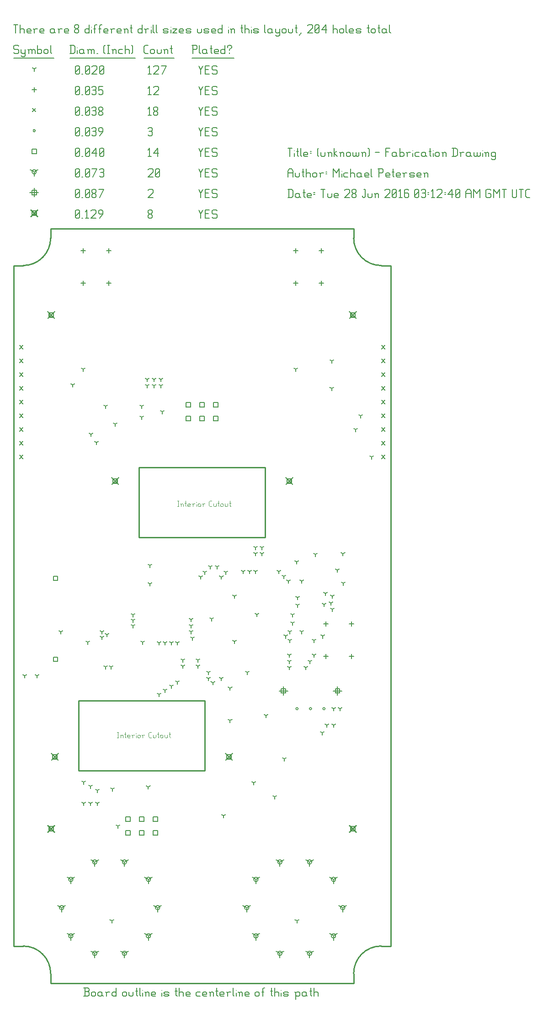
<source format=gbr>
G04 start of page 12 for group -3984 idx -3984 *
G04 Title: (unknown), fab *
G04 Creator: pcb 20110918 *
G04 CreationDate: Tue 28 Jun 2016 03:12:40 AM GMT UTC *
G04 For: railfan *
G04 Format: Gerber/RS-274X *
G04 PCB-Dimensions: 275000 550000 *
G04 PCB-Coordinate-Origin: lower left *
%MOIN*%
%FSLAX25Y25*%
%LNFAB*%
%ADD128C,0.0050*%
%ADD127C,0.0040*%
%ADD126C,0.0100*%
%ADD125C,0.0075*%
%ADD124C,0.0060*%
%ADD123R,0.0080X0.0080*%
%ADD122C,0.0001*%
G54D122*G36*
X245100Y115466D02*X250466Y110100D01*
X249900Y109534D01*
X244534Y114900D01*
X245100Y115466D01*
G37*
G36*
X244534Y110100D02*X249900Y115466D01*
X250466Y114900D01*
X245100Y109534D01*
X244534Y110100D01*
G37*
G54D123*X245900Y114100D02*X249100D01*
X245900D02*Y110900D01*
X249100D01*
Y114100D02*Y110900D01*
G54D122*G36*
X25100Y115466D02*X30466Y110100D01*
X29900Y109534D01*
X24534Y114900D01*
X25100Y115466D01*
G37*
G36*
X24534Y110100D02*X29900Y115466D01*
X30466Y114900D01*
X25100Y109534D01*
X24534Y110100D01*
G37*
G54D123*X25900Y114100D02*X29100D01*
X25900D02*Y110900D01*
X29100D01*
Y114100D02*Y110900D01*
G54D122*G36*
X245100Y489966D02*X250466Y484600D01*
X249900Y484034D01*
X244534Y489400D01*
X245100Y489966D01*
G37*
G36*
X244534Y484600D02*X249900Y489966D01*
X250466Y489400D01*
X245100Y484034D01*
X244534Y484600D01*
G37*
G54D123*X245900Y488600D02*X249100D01*
X245900D02*Y485400D01*
X249100D01*
Y488600D02*Y485400D01*
G54D122*G36*
X25100Y489966D02*X30466Y484600D01*
X29900Y484034D01*
X24534Y489400D01*
X25100Y489966D01*
G37*
G36*
X24534Y484600D02*X29900Y489966D01*
X30466Y489400D01*
X25100Y484034D01*
X24534Y484600D01*
G37*
G54D123*X25900Y488600D02*X29100D01*
X25900D02*Y485400D01*
X29100D01*
Y488600D02*Y485400D01*
G54D122*G36*
X154600Y167966D02*X159966Y162600D01*
X159400Y162034D01*
X154034Y167400D01*
X154600Y167966D01*
G37*
G36*
X154034Y162600D02*X159400Y167966D01*
X159966Y167400D01*
X154600Y162034D01*
X154034Y162600D01*
G37*
G54D123*X155400Y166600D02*X158600D01*
X155400D02*Y163400D01*
X158600D01*
Y166600D02*Y163400D01*
G54D122*G36*
X27600Y167966D02*X32966Y162600D01*
X32400Y162034D01*
X27034Y167400D01*
X27600Y167966D01*
G37*
G36*
X27034Y162600D02*X32400Y167966D01*
X32966Y167400D01*
X27600Y162034D01*
X27034Y162600D01*
G37*
G54D123*X28400Y166600D02*X31600D01*
X28400D02*Y163400D01*
X31600D01*
Y166600D02*Y163400D01*
G54D122*G36*
X71600Y368966D02*X76966Y363600D01*
X76400Y363034D01*
X71034Y368400D01*
X71600Y368966D01*
G37*
G36*
X71034Y363600D02*X76400Y368966D01*
X76966Y368400D01*
X71600Y363034D01*
X71034Y363600D01*
G37*
G54D123*X72400Y367600D02*X75600D01*
X72400D02*Y364400D01*
X75600D01*
Y367600D02*Y364400D01*
G54D122*G36*
X198600Y368966D02*X203966Y363600D01*
X203400Y363034D01*
X198034Y368400D01*
X198600Y368966D01*
G37*
G36*
X198034Y363600D02*X203400Y368966D01*
X203966Y368400D01*
X198600Y363034D01*
X198034Y363600D01*
G37*
G54D123*X199400Y367600D02*X202600D01*
X199400D02*Y364400D01*
X202600D01*
Y367600D02*Y364400D01*
G54D122*G36*
X12600Y564216D02*X17966Y558850D01*
X17400Y558284D01*
X12034Y563650D01*
X12600Y564216D01*
G37*
G36*
X12034Y558850D02*X17400Y564216D01*
X17966Y563650D01*
X12600Y558284D01*
X12034Y558850D01*
G37*
G54D123*X13400Y562850D02*X16600D01*
X13400D02*Y559650D01*
X16600D01*
Y562850D02*Y559650D01*
G54D124*X135000Y563500D02*X136500Y560500D01*
X138000Y563500D01*
X136500Y560500D02*Y557500D01*
X139800Y560800D02*X142050D01*
X139800Y557500D02*X142800D01*
X139800Y563500D02*Y557500D01*
Y563500D02*X142800D01*
X147600D02*X148350Y562750D01*
X145350Y563500D02*X147600D01*
X144600Y562750D02*X145350Y563500D01*
X144600Y562750D02*Y561250D01*
X145350Y560500D01*
X147600D01*
X148350Y559750D01*
Y558250D01*
X147600Y557500D02*X148350Y558250D01*
X145350Y557500D02*X147600D01*
X144600Y558250D02*X145350Y557500D01*
X98000Y558250D02*X98750Y557500D01*
X98000Y559450D02*Y558250D01*
Y559450D02*X99050Y560500D01*
X99950D01*
X101000Y559450D01*
Y558250D01*
X100250Y557500D02*X101000Y558250D01*
X98750Y557500D02*X100250D01*
X98000Y561550D02*X99050Y560500D01*
X98000Y562750D02*Y561550D01*
Y562750D02*X98750Y563500D01*
X100250D01*
X101000Y562750D01*
Y561550D01*
X99950Y560500D02*X101000Y561550D01*
X45000Y558250D02*X45750Y557500D01*
X45000Y562750D02*Y558250D01*
Y562750D02*X45750Y563500D01*
X47250D01*
X48000Y562750D01*
Y558250D01*
X47250Y557500D02*X48000Y558250D01*
X45750Y557500D02*X47250D01*
X45000Y559000D02*X48000Y562000D01*
X49800Y557500D02*X50550D01*
X52350Y562300D02*X53550Y563500D01*
Y557500D01*
X52350D02*X54600D01*
X56400Y562750D02*X57150Y563500D01*
X59400D01*
X60150Y562750D01*
Y561250D01*
X56400Y557500D02*X60150Y561250D01*
X56400Y557500D02*X60150D01*
X62700D02*X64950Y560500D01*
Y562750D02*Y560500D01*
X64200Y563500D02*X64950Y562750D01*
X62700Y563500D02*X64200D01*
X61950Y562750D02*X62700Y563500D01*
X61950Y562750D02*Y561250D01*
X62700Y560500D01*
X64950D01*
X236185Y216192D02*Y209792D01*
X232985Y212992D02*X239385D01*
X234585Y214592D02*X237785D01*
X234585D02*Y211392D01*
X237785D01*
Y214592D02*Y211392D01*
X196815Y216192D02*Y209792D01*
X193615Y212992D02*X200015D01*
X195215Y214592D02*X198415D01*
X195215D02*Y211392D01*
X198415D01*
Y214592D02*Y211392D01*
X15000Y579450D02*Y573050D01*
X11800Y576250D02*X18200D01*
X13400Y577850D02*X16600D01*
X13400D02*Y574650D01*
X16600D01*
Y577850D02*Y574650D01*
X135000Y578500D02*X136500Y575500D01*
X138000Y578500D01*
X136500Y575500D02*Y572500D01*
X139800Y575800D02*X142050D01*
X139800Y572500D02*X142800D01*
X139800Y578500D02*Y572500D01*
Y578500D02*X142800D01*
X147600D02*X148350Y577750D01*
X145350Y578500D02*X147600D01*
X144600Y577750D02*X145350Y578500D01*
X144600Y577750D02*Y576250D01*
X145350Y575500D01*
X147600D01*
X148350Y574750D01*
Y573250D01*
X147600Y572500D02*X148350Y573250D01*
X145350Y572500D02*X147600D01*
X144600Y573250D02*X145350Y572500D01*
X98000Y577750D02*X98750Y578500D01*
X101000D01*
X101750Y577750D01*
Y576250D01*
X98000Y572500D02*X101750Y576250D01*
X98000Y572500D02*X101750D01*
X45000Y573250D02*X45750Y572500D01*
X45000Y577750D02*Y573250D01*
Y577750D02*X45750Y578500D01*
X47250D01*
X48000Y577750D01*
Y573250D01*
X47250Y572500D02*X48000Y573250D01*
X45750Y572500D02*X47250D01*
X45000Y574000D02*X48000Y577000D01*
X49800Y572500D02*X50550D01*
X52350Y573250D02*X53100Y572500D01*
X52350Y577750D02*Y573250D01*
Y577750D02*X53100Y578500D01*
X54600D01*
X55350Y577750D01*
Y573250D01*
X54600Y572500D02*X55350Y573250D01*
X53100Y572500D02*X54600D01*
X52350Y574000D02*X55350Y577000D01*
X57150Y573250D02*X57900Y572500D01*
X57150Y574450D02*Y573250D01*
Y574450D02*X58200Y575500D01*
X59100D01*
X60150Y574450D01*
Y573250D01*
X59400Y572500D02*X60150Y573250D01*
X57900Y572500D02*X59400D01*
X57150Y576550D02*X58200Y575500D01*
X57150Y577750D02*Y576550D01*
Y577750D02*X57900Y578500D01*
X59400D01*
X60150Y577750D01*
Y576550D01*
X59100Y575500D02*X60150Y576550D01*
X62700Y572500D02*X65700Y578500D01*
X61950D02*X65700D01*
X41684Y34428D02*Y31228D01*
Y34428D02*X44457Y36028D01*
X41684Y34428D02*X38911Y36028D01*
X40084Y34428D02*G75*G03X43284Y34428I1600J0D01*G01*
G75*G03X40084Y34428I-1600J0D01*G01*
X35000Y54999D02*Y51799D01*
Y54999D02*X37773Y56599D01*
X35000Y54999D02*X32227Y56599D01*
X33400Y54999D02*G75*G03X36600Y54999I1600J0D01*G01*
G75*G03X33400Y54999I-1600J0D01*G01*
X41684Y75572D02*Y72372D01*
Y75572D02*X44457Y77172D01*
X41684Y75572D02*X38911Y77172D01*
X40084Y75572D02*G75*G03X43284Y75572I1600J0D01*G01*
G75*G03X40084Y75572I-1600J0D01*G01*
X59185Y88287D02*Y85087D01*
Y88287D02*X61958Y89887D01*
X59185Y88287D02*X56412Y89887D01*
X57585Y88287D02*G75*G03X60785Y88287I1600J0D01*G01*
G75*G03X57585Y88287I-1600J0D01*G01*
X80816D02*Y85087D01*
Y88287D02*X83589Y89887D01*
X80816Y88287D02*X78043Y89887D01*
X79216Y88287D02*G75*G03X82416Y88287I1600J0D01*G01*
G75*G03X79216Y88287I-1600J0D01*G01*
X98316Y75572D02*Y72372D01*
Y75572D02*X101089Y77172D01*
X98316Y75572D02*X95543Y77172D01*
X96716Y75572D02*G75*G03X99916Y75572I1600J0D01*G01*
G75*G03X96716Y75572I-1600J0D01*G01*
X105000Y55001D02*Y51801D01*
Y55001D02*X107773Y56601D01*
X105000Y55001D02*X102227Y56601D01*
X103400Y55001D02*G75*G03X106600Y55001I1600J0D01*G01*
G75*G03X103400Y55001I-1600J0D01*G01*
X98316Y34428D02*Y31228D01*
Y34428D02*X101089Y36028D01*
X98316Y34428D02*X95543Y36028D01*
X96716Y34428D02*G75*G03X99916Y34428I1600J0D01*G01*
G75*G03X96716Y34428I-1600J0D01*G01*
X80815Y21713D02*Y18513D01*
Y21713D02*X83588Y23313D01*
X80815Y21713D02*X78042Y23313D01*
X79215Y21713D02*G75*G03X82415Y21713I1600J0D01*G01*
G75*G03X79215Y21713I-1600J0D01*G01*
X59184D02*Y18513D01*
Y21713D02*X61957Y23313D01*
X59184Y21713D02*X56411Y23313D01*
X57584Y21713D02*G75*G03X60784Y21713I1600J0D01*G01*
G75*G03X57584Y21713I-1600J0D01*G01*
X176684Y34428D02*Y31228D01*
Y34428D02*X179457Y36028D01*
X176684Y34428D02*X173911Y36028D01*
X175084Y34428D02*G75*G03X178284Y34428I1600J0D01*G01*
G75*G03X175084Y34428I-1600J0D01*G01*
X170000Y54999D02*Y51799D01*
Y54999D02*X172773Y56599D01*
X170000Y54999D02*X167227Y56599D01*
X168400Y54999D02*G75*G03X171600Y54999I1600J0D01*G01*
G75*G03X168400Y54999I-1600J0D01*G01*
X176684Y75572D02*Y72372D01*
Y75572D02*X179457Y77172D01*
X176684Y75572D02*X173911Y77172D01*
X175084Y75572D02*G75*G03X178284Y75572I1600J0D01*G01*
G75*G03X175084Y75572I-1600J0D01*G01*
X194185Y88287D02*Y85087D01*
Y88287D02*X196958Y89887D01*
X194185Y88287D02*X191412Y89887D01*
X192585Y88287D02*G75*G03X195785Y88287I1600J0D01*G01*
G75*G03X192585Y88287I-1600J0D01*G01*
X215816D02*Y85087D01*
Y88287D02*X218589Y89887D01*
X215816Y88287D02*X213043Y89887D01*
X214216Y88287D02*G75*G03X217416Y88287I1600J0D01*G01*
G75*G03X214216Y88287I-1600J0D01*G01*
X233316Y75572D02*Y72372D01*
Y75572D02*X236089Y77172D01*
X233316Y75572D02*X230543Y77172D01*
X231716Y75572D02*G75*G03X234916Y75572I1600J0D01*G01*
G75*G03X231716Y75572I-1600J0D01*G01*
X240000Y55001D02*Y51801D01*
Y55001D02*X242773Y56601D01*
X240000Y55001D02*X237227Y56601D01*
X238400Y55001D02*G75*G03X241600Y55001I1600J0D01*G01*
G75*G03X238400Y55001I-1600J0D01*G01*
X233316Y34428D02*Y31228D01*
Y34428D02*X236089Y36028D01*
X233316Y34428D02*X230543Y36028D01*
X231716Y34428D02*G75*G03X234916Y34428I1600J0D01*G01*
G75*G03X231716Y34428I-1600J0D01*G01*
X215815Y21713D02*Y18513D01*
Y21713D02*X218588Y23313D01*
X215815Y21713D02*X213042Y23313D01*
X214215Y21713D02*G75*G03X217415Y21713I1600J0D01*G01*
G75*G03X214215Y21713I-1600J0D01*G01*
X194184D02*Y18513D01*
Y21713D02*X196957Y23313D01*
X194184Y21713D02*X191411Y23313D01*
X192584Y21713D02*G75*G03X195784Y21713I1600J0D01*G01*
G75*G03X192584Y21713I-1600J0D01*G01*
X15000Y591250D02*Y588050D01*
Y591250D02*X17773Y592850D01*
X15000Y591250D02*X12227Y592850D01*
X13400Y591250D02*G75*G03X16600Y591250I1600J0D01*G01*
G75*G03X13400Y591250I-1600J0D01*G01*
X135000Y593500D02*X136500Y590500D01*
X138000Y593500D01*
X136500Y590500D02*Y587500D01*
X139800Y590800D02*X142050D01*
X139800Y587500D02*X142800D01*
X139800Y593500D02*Y587500D01*
Y593500D02*X142800D01*
X147600D02*X148350Y592750D01*
X145350Y593500D02*X147600D01*
X144600Y592750D02*X145350Y593500D01*
X144600Y592750D02*Y591250D01*
X145350Y590500D01*
X147600D01*
X148350Y589750D01*
Y588250D01*
X147600Y587500D02*X148350Y588250D01*
X145350Y587500D02*X147600D01*
X144600Y588250D02*X145350Y587500D01*
X98000Y592750D02*X98750Y593500D01*
X101000D01*
X101750Y592750D01*
Y591250D01*
X98000Y587500D02*X101750Y591250D01*
X98000Y587500D02*X101750D01*
X103550Y588250D02*X104300Y587500D01*
X103550Y592750D02*Y588250D01*
Y592750D02*X104300Y593500D01*
X105800D01*
X106550Y592750D01*
Y588250D01*
X105800Y587500D02*X106550Y588250D01*
X104300Y587500D02*X105800D01*
X103550Y589000D02*X106550Y592000D01*
X45000Y588250D02*X45750Y587500D01*
X45000Y592750D02*Y588250D01*
Y592750D02*X45750Y593500D01*
X47250D01*
X48000Y592750D01*
Y588250D01*
X47250Y587500D02*X48000Y588250D01*
X45750Y587500D02*X47250D01*
X45000Y589000D02*X48000Y592000D01*
X49800Y587500D02*X50550D01*
X52350Y588250D02*X53100Y587500D01*
X52350Y592750D02*Y588250D01*
Y592750D02*X53100Y593500D01*
X54600D01*
X55350Y592750D01*
Y588250D01*
X54600Y587500D02*X55350Y588250D01*
X53100Y587500D02*X54600D01*
X52350Y589000D02*X55350Y592000D01*
X57900Y587500D02*X60900Y593500D01*
X57150D02*X60900D01*
X62700Y592750D02*X63450Y593500D01*
X64950D01*
X65700Y592750D01*
X64950Y587500D02*X65700Y588250D01*
X63450Y587500D02*X64950D01*
X62700Y588250D02*X63450Y587500D01*
Y590800D02*X64950D01*
X65700Y592750D02*Y591550D01*
Y590050D02*Y588250D01*
Y590050D02*X64950Y590800D01*
X65700Y591550D02*X64950Y590800D01*
X101900Y111100D02*X105100D01*
X101900D02*Y107900D01*
X105100D01*
Y111100D02*Y107900D01*
X91900Y111100D02*X95100D01*
X91900D02*Y107900D01*
X95100D01*
Y111100D02*Y107900D01*
X81900Y111100D02*X85100D01*
X81900D02*Y107900D01*
X85100D01*
Y111100D02*Y107900D01*
X101900Y121100D02*X105100D01*
X101900D02*Y117900D01*
X105100D01*
Y121100D02*Y117900D01*
X91900Y121100D02*X95100D01*
X91900D02*Y117900D01*
X95100D01*
Y121100D02*Y117900D01*
X81900Y121100D02*X85100D01*
X81900D02*Y117900D01*
X85100D01*
Y121100D02*Y117900D01*
X125900Y423100D02*X129100D01*
X125900D02*Y419900D01*
X129100D01*
Y423100D02*Y419900D01*
X135900Y423100D02*X139100D01*
X135900D02*Y419900D01*
X139100D01*
Y423100D02*Y419900D01*
X145900Y423100D02*X149100D01*
X145900D02*Y419900D01*
X149100D01*
Y423100D02*Y419900D01*
X125900Y413100D02*X129100D01*
X125900D02*Y409900D01*
X129100D01*
Y413100D02*Y409900D01*
X135900Y413100D02*X139100D01*
X135900D02*Y409900D01*
X139100D01*
Y413100D02*Y409900D01*
X145900Y413100D02*X149100D01*
X145900D02*Y409900D01*
X149100D01*
Y413100D02*Y409900D01*
X29000Y296600D02*X32200D01*
X29000D02*Y293400D01*
X32200D01*
Y296600D02*Y293400D01*
X29000Y237600D02*X32200D01*
X29000D02*Y234400D01*
X32200D01*
Y237600D02*Y234400D01*
X13400Y607850D02*X16600D01*
X13400D02*Y604650D01*
X16600D01*
Y607850D02*Y604650D01*
X135000Y608500D02*X136500Y605500D01*
X138000Y608500D01*
X136500Y605500D02*Y602500D01*
X139800Y605800D02*X142050D01*
X139800Y602500D02*X142800D01*
X139800Y608500D02*Y602500D01*
Y608500D02*X142800D01*
X147600D02*X148350Y607750D01*
X145350Y608500D02*X147600D01*
X144600Y607750D02*X145350Y608500D01*
X144600Y607750D02*Y606250D01*
X145350Y605500D01*
X147600D01*
X148350Y604750D01*
Y603250D01*
X147600Y602500D02*X148350Y603250D01*
X145350Y602500D02*X147600D01*
X144600Y603250D02*X145350Y602500D01*
X98000Y607300D02*X99200Y608500D01*
Y602500D01*
X98000D02*X100250D01*
X102050Y604750D02*X105050Y608500D01*
X102050Y604750D02*X105800D01*
X105050Y608500D02*Y602500D01*
X45000Y603250D02*X45750Y602500D01*
X45000Y607750D02*Y603250D01*
Y607750D02*X45750Y608500D01*
X47250D01*
X48000Y607750D01*
Y603250D01*
X47250Y602500D02*X48000Y603250D01*
X45750Y602500D02*X47250D01*
X45000Y604000D02*X48000Y607000D01*
X49800Y602500D02*X50550D01*
X52350Y603250D02*X53100Y602500D01*
X52350Y607750D02*Y603250D01*
Y607750D02*X53100Y608500D01*
X54600D01*
X55350Y607750D01*
Y603250D01*
X54600Y602500D02*X55350Y603250D01*
X53100Y602500D02*X54600D01*
X52350Y604000D02*X55350Y607000D01*
X57150Y604750D02*X60150Y608500D01*
X57150Y604750D02*X60900D01*
X60150Y608500D02*Y602500D01*
X62700Y603250D02*X63450Y602500D01*
X62700Y607750D02*Y603250D01*
Y607750D02*X63450Y608500D01*
X64950D01*
X65700Y607750D01*
Y603250D01*
X64950Y602500D02*X65700Y603250D01*
X63450Y602500D02*X64950D01*
X62700Y604000D02*X65700Y607000D01*
X225543Y200000D02*G75*G03X227143Y200000I800J0D01*G01*
G75*G03X225543Y200000I-800J0D01*G01*
X215700D02*G75*G03X217300Y200000I800J0D01*G01*
G75*G03X215700Y200000I-800J0D01*G01*
X205857D02*G75*G03X207457Y200000I800J0D01*G01*
G75*G03X205857Y200000I-800J0D01*G01*
X14200Y621250D02*G75*G03X15800Y621250I800J0D01*G01*
G75*G03X14200Y621250I-800J0D01*G01*
X135000Y623500D02*X136500Y620500D01*
X138000Y623500D01*
X136500Y620500D02*Y617500D01*
X139800Y620800D02*X142050D01*
X139800Y617500D02*X142800D01*
X139800Y623500D02*Y617500D01*
Y623500D02*X142800D01*
X147600D02*X148350Y622750D01*
X145350Y623500D02*X147600D01*
X144600Y622750D02*X145350Y623500D01*
X144600Y622750D02*Y621250D01*
X145350Y620500D01*
X147600D01*
X148350Y619750D01*
Y618250D01*
X147600Y617500D02*X148350Y618250D01*
X145350Y617500D02*X147600D01*
X144600Y618250D02*X145350Y617500D01*
X98000Y622750D02*X98750Y623500D01*
X100250D01*
X101000Y622750D01*
X100250Y617500D02*X101000Y618250D01*
X98750Y617500D02*X100250D01*
X98000Y618250D02*X98750Y617500D01*
Y620800D02*X100250D01*
X101000Y622750D02*Y621550D01*
Y620050D02*Y618250D01*
Y620050D02*X100250Y620800D01*
X101000Y621550D02*X100250Y620800D01*
X45000Y618250D02*X45750Y617500D01*
X45000Y622750D02*Y618250D01*
Y622750D02*X45750Y623500D01*
X47250D01*
X48000Y622750D01*
Y618250D01*
X47250Y617500D02*X48000Y618250D01*
X45750Y617500D02*X47250D01*
X45000Y619000D02*X48000Y622000D01*
X49800Y617500D02*X50550D01*
X52350Y618250D02*X53100Y617500D01*
X52350Y622750D02*Y618250D01*
Y622750D02*X53100Y623500D01*
X54600D01*
X55350Y622750D01*
Y618250D01*
X54600Y617500D02*X55350Y618250D01*
X53100Y617500D02*X54600D01*
X52350Y619000D02*X55350Y622000D01*
X57150Y622750D02*X57900Y623500D01*
X59400D01*
X60150Y622750D01*
X59400Y617500D02*X60150Y618250D01*
X57900Y617500D02*X59400D01*
X57150Y618250D02*X57900Y617500D01*
Y620800D02*X59400D01*
X60150Y622750D02*Y621550D01*
Y620050D02*Y618250D01*
Y620050D02*X59400Y620800D01*
X60150Y621550D02*X59400Y620800D01*
X62700Y617500D02*X64950Y620500D01*
Y622750D02*Y620500D01*
X64200Y623500D02*X64950Y622750D01*
X62700Y623500D02*X64200D01*
X61950Y622750D02*X62700Y623500D01*
X61950Y622750D02*Y621250D01*
X62700Y620500D01*
X64950D01*
X4300Y384700D02*X6700Y382300D01*
X4300D02*X6700Y384700D01*
X4300Y394700D02*X6700Y392300D01*
X4300D02*X6700Y394700D01*
X4300Y404700D02*X6700Y402300D01*
X4300D02*X6700Y404700D01*
X4300Y414700D02*X6700Y412300D01*
X4300D02*X6700Y414700D01*
X4300Y424700D02*X6700Y422300D01*
X4300D02*X6700Y424700D01*
X4300Y434700D02*X6700Y432300D01*
X4300D02*X6700Y434700D01*
X4300Y444700D02*X6700Y442300D01*
X4300D02*X6700Y444700D01*
X4300Y454700D02*X6700Y452300D01*
X4300D02*X6700Y454700D01*
X4300Y464700D02*X6700Y462300D01*
X4300D02*X6700Y464700D01*
X268300Y384700D02*X270700Y382300D01*
X268300D02*X270700Y384700D01*
X268300Y394700D02*X270700Y392300D01*
X268300D02*X270700Y394700D01*
X268300Y404700D02*X270700Y402300D01*
X268300D02*X270700Y404700D01*
X268300Y414700D02*X270700Y412300D01*
X268300D02*X270700Y414700D01*
X268300Y424700D02*X270700Y422300D01*
X268300D02*X270700Y424700D01*
X268300Y434700D02*X270700Y432300D01*
X268300D02*X270700Y434700D01*
X268300Y444700D02*X270700Y442300D01*
X268300D02*X270700Y444700D01*
X268300Y454700D02*X270700Y452300D01*
X268300D02*X270700Y454700D01*
X268300Y464700D02*X270700Y462300D01*
X268300D02*X270700Y464700D01*
X13800Y637450D02*X16200Y635050D01*
X13800D02*X16200Y637450D01*
X135000Y638500D02*X136500Y635500D01*
X138000Y638500D01*
X136500Y635500D02*Y632500D01*
X139800Y635800D02*X142050D01*
X139800Y632500D02*X142800D01*
X139800Y638500D02*Y632500D01*
Y638500D02*X142800D01*
X147600D02*X148350Y637750D01*
X145350Y638500D02*X147600D01*
X144600Y637750D02*X145350Y638500D01*
X144600Y637750D02*Y636250D01*
X145350Y635500D01*
X147600D01*
X148350Y634750D01*
Y633250D01*
X147600Y632500D02*X148350Y633250D01*
X145350Y632500D02*X147600D01*
X144600Y633250D02*X145350Y632500D01*
X98000Y637300D02*X99200Y638500D01*
Y632500D01*
X98000D02*X100250D01*
X102050Y633250D02*X102800Y632500D01*
X102050Y634450D02*Y633250D01*
Y634450D02*X103100Y635500D01*
X104000D01*
X105050Y634450D01*
Y633250D01*
X104300Y632500D02*X105050Y633250D01*
X102800Y632500D02*X104300D01*
X102050Y636550D02*X103100Y635500D01*
X102050Y637750D02*Y636550D01*
Y637750D02*X102800Y638500D01*
X104300D01*
X105050Y637750D01*
Y636550D01*
X104000Y635500D02*X105050Y636550D01*
X45000Y633250D02*X45750Y632500D01*
X45000Y637750D02*Y633250D01*
Y637750D02*X45750Y638500D01*
X47250D01*
X48000Y637750D01*
Y633250D01*
X47250Y632500D02*X48000Y633250D01*
X45750Y632500D02*X47250D01*
X45000Y634000D02*X48000Y637000D01*
X49800Y632500D02*X50550D01*
X52350Y633250D02*X53100Y632500D01*
X52350Y637750D02*Y633250D01*
Y637750D02*X53100Y638500D01*
X54600D01*
X55350Y637750D01*
Y633250D01*
X54600Y632500D02*X55350Y633250D01*
X53100Y632500D02*X54600D01*
X52350Y634000D02*X55350Y637000D01*
X57150Y637750D02*X57900Y638500D01*
X59400D01*
X60150Y637750D01*
X59400Y632500D02*X60150Y633250D01*
X57900Y632500D02*X59400D01*
X57150Y633250D02*X57900Y632500D01*
Y635800D02*X59400D01*
X60150Y637750D02*Y636550D01*
Y635050D02*Y633250D01*
Y635050D02*X59400Y635800D01*
X60150Y636550D02*X59400Y635800D01*
X61950Y633250D02*X62700Y632500D01*
X61950Y634450D02*Y633250D01*
Y634450D02*X63000Y635500D01*
X63900D01*
X64950Y634450D01*
Y633250D01*
X64200Y632500D02*X64950Y633250D01*
X62700Y632500D02*X64200D01*
X61950Y636550D02*X63000Y635500D01*
X61950Y637750D02*Y636550D01*
Y637750D02*X62700Y638500D01*
X64200D01*
X64950Y637750D01*
Y636550D01*
X63900Y635500D02*X64950Y636550D01*
X227650Y239800D02*Y236600D01*
X226050Y238200D02*X229250D01*
X227650Y263400D02*Y260200D01*
X226050Y261800D02*X229250D01*
X246350Y239800D02*Y236600D01*
X244750Y238200D02*X247950D01*
X246350Y263400D02*Y260200D01*
X244750Y261800D02*X247950D01*
X50650Y511800D02*Y508600D01*
X49050Y510200D02*X52250D01*
X50650Y535400D02*Y532200D01*
X49050Y533800D02*X52250D01*
X69350Y511800D02*Y508600D01*
X67750Y510200D02*X70950D01*
X69350Y535400D02*Y532200D01*
X67750Y533800D02*X70950D01*
X205650Y511800D02*Y508600D01*
X204050Y510200D02*X207250D01*
X205650Y535400D02*Y532200D01*
X204050Y533800D02*X207250D01*
X224350Y511800D02*Y508600D01*
X222750Y510200D02*X225950D01*
X224350Y535400D02*Y532200D01*
X222750Y533800D02*X225950D01*
X15000Y652850D02*Y649650D01*
X13400Y651250D02*X16600D01*
X135000Y653500D02*X136500Y650500D01*
X138000Y653500D01*
X136500Y650500D02*Y647500D01*
X139800Y650800D02*X142050D01*
X139800Y647500D02*X142800D01*
X139800Y653500D02*Y647500D01*
Y653500D02*X142800D01*
X147600D02*X148350Y652750D01*
X145350Y653500D02*X147600D01*
X144600Y652750D02*X145350Y653500D01*
X144600Y652750D02*Y651250D01*
X145350Y650500D01*
X147600D01*
X148350Y649750D01*
Y648250D01*
X147600Y647500D02*X148350Y648250D01*
X145350Y647500D02*X147600D01*
X144600Y648250D02*X145350Y647500D01*
X98000Y652300D02*X99200Y653500D01*
Y647500D01*
X98000D02*X100250D01*
X102050Y652750D02*X102800Y653500D01*
X105050D01*
X105800Y652750D01*
Y651250D01*
X102050Y647500D02*X105800Y651250D01*
X102050Y647500D02*X105800D01*
X45000Y648250D02*X45750Y647500D01*
X45000Y652750D02*Y648250D01*
Y652750D02*X45750Y653500D01*
X47250D01*
X48000Y652750D01*
Y648250D01*
X47250Y647500D02*X48000Y648250D01*
X45750Y647500D02*X47250D01*
X45000Y649000D02*X48000Y652000D01*
X49800Y647500D02*X50550D01*
X52350Y648250D02*X53100Y647500D01*
X52350Y652750D02*Y648250D01*
Y652750D02*X53100Y653500D01*
X54600D01*
X55350Y652750D01*
Y648250D01*
X54600Y647500D02*X55350Y648250D01*
X53100Y647500D02*X54600D01*
X52350Y649000D02*X55350Y652000D01*
X57150Y652750D02*X57900Y653500D01*
X59400D01*
X60150Y652750D01*
X59400Y647500D02*X60150Y648250D01*
X57900Y647500D02*X59400D01*
X57150Y648250D02*X57900Y647500D01*
Y650800D02*X59400D01*
X60150Y652750D02*Y651550D01*
Y650050D02*Y648250D01*
Y650050D02*X59400Y650800D01*
X60150Y651550D02*X59400Y650800D01*
X61950Y653500D02*X64950D01*
X61950D02*Y650500D01*
X62700Y651250D01*
X64200D01*
X64950Y650500D01*
Y648250D01*
X64200Y647500D02*X64950Y648250D01*
X62700Y647500D02*X64200D01*
X61950Y648250D02*X62700Y647500D01*
X34500Y256000D02*Y254400D01*
Y256000D02*X35887Y256800D01*
X34500Y256000D02*X33113Y256800D01*
X87000Y268500D02*Y266900D01*
Y268500D02*X88387Y269300D01*
X87000Y268500D02*X85613Y269300D01*
X87000Y260500D02*Y258900D01*
Y260500D02*X88387Y261300D01*
X87000Y260500D02*X85613Y261300D01*
X87000Y264500D02*Y262900D01*
Y264500D02*X88387Y265300D01*
X87000Y264500D02*X85613Y265300D01*
X68000Y254000D02*Y252400D01*
Y254000D02*X69387Y254800D01*
X68000Y254000D02*X66613Y254800D01*
X64500Y256000D02*Y254400D01*
Y256000D02*X65887Y256800D01*
X64500Y256000D02*X63113Y256800D01*
X64500Y252000D02*Y250400D01*
Y252000D02*X65887Y252800D01*
X64500Y252000D02*X63113Y252800D01*
X71000Y230500D02*Y228900D01*
Y230500D02*X72387Y231300D01*
X71000Y230500D02*X69613Y231300D01*
X67000Y230500D02*Y228900D01*
Y230500D02*X68387Y231300D01*
X67000Y230500D02*X65613Y231300D01*
X197500Y163500D02*Y161900D01*
Y163500D02*X198887Y164300D01*
X197500Y163500D02*X196113Y164300D01*
X145252Y219000D02*Y217400D01*
Y219000D02*X146639Y219800D01*
X145252Y219000D02*X143865Y219800D01*
X161000Y249000D02*Y247400D01*
Y249000D02*X162387Y249800D01*
X161000Y249000D02*X159613Y249800D01*
X177500Y268649D02*Y267049D01*
Y268649D02*X178887Y269449D01*
X177500Y268649D02*X176113Y269449D01*
X161000Y282000D02*Y280400D01*
Y282000D02*X162387Y282800D01*
X161000Y282000D02*X159613Y282800D01*
X144500Y265500D02*Y263900D01*
Y265500D02*X145887Y266300D01*
X144500Y265500D02*X143113Y266300D01*
X167300Y300000D02*Y298400D01*
Y300000D02*X168687Y300800D01*
X167300Y300000D02*X165913Y300800D01*
X172000Y300000D02*Y298400D01*
Y300000D02*X173387Y300800D01*
X172000Y300000D02*X170613Y300800D01*
X176500Y300000D02*Y298400D01*
Y300000D02*X177887Y300800D01*
X176500Y300000D02*X175113Y300800D01*
X134500Y235500D02*Y233900D01*
Y235500D02*X135887Y236300D01*
X134500Y235500D02*X133113Y236300D01*
X123500Y235500D02*Y233900D01*
Y235500D02*X124887Y236300D01*
X123500Y235500D02*X122113Y236300D01*
X123500Y231000D02*Y229400D01*
Y231000D02*X124887Y231800D01*
X123500Y231000D02*X122113Y231800D01*
X134500Y231000D02*Y229400D01*
Y231000D02*X135887Y231800D01*
X134500Y231000D02*X133113Y231800D01*
X98224Y143000D02*Y141400D01*
Y143000D02*X99611Y143800D01*
X98224Y143000D02*X96837Y143800D01*
X97500Y440000D02*Y438400D01*
Y440000D02*X98887Y440800D01*
X97500Y440000D02*X96113Y440800D01*
X102500Y440000D02*Y438400D01*
Y440000D02*X103887Y440800D01*
X102500Y440000D02*X101113Y440800D01*
X97500Y435500D02*Y433900D01*
Y435500D02*X98887Y436300D01*
X97500Y435500D02*X96113Y436300D01*
X102500Y435500D02*Y433900D01*
Y435500D02*X103887Y436300D01*
X102500Y435500D02*X101113Y436300D01*
X107500Y440000D02*Y438400D01*
Y440000D02*X108887Y440800D01*
X107500Y440000D02*X106113Y440800D01*
X107500Y435500D02*Y433900D01*
Y435500D02*X108887Y436300D01*
X107500Y435500D02*X106113Y436300D01*
X43000Y436000D02*Y434400D01*
Y436000D02*X44387Y436800D01*
X43000Y436000D02*X41613Y436800D01*
X148402Y303500D02*Y301900D01*
Y303500D02*X149789Y304300D01*
X148402Y303500D02*X147015Y304300D01*
X50650Y447500D02*Y445900D01*
Y447500D02*X52037Y448300D01*
X50650Y447500D02*X49263Y448300D01*
X129500Y256052D02*Y254452D01*
Y256052D02*X130887Y256852D01*
X129500Y256052D02*X128113Y256852D01*
X71575Y45500D02*Y43900D01*
Y45500D02*X72962Y46300D01*
X71575Y45500D02*X70188Y46300D01*
X206575Y45500D02*Y43900D01*
Y45500D02*X207962Y46300D01*
X206575Y45500D02*X205188Y46300D01*
X154701Y299500D02*Y297900D01*
Y299500D02*X156088Y300300D01*
X154701Y299500D02*X153314Y300300D01*
X139500Y299500D02*Y297900D01*
Y299500D02*X140887Y300300D01*
X139500Y299500D02*X138113Y300300D01*
X151552Y296000D02*Y294400D01*
Y296000D02*X152939Y296800D01*
X151552Y296000D02*X150165Y296800D01*
X136500Y296000D02*Y294400D01*
Y296000D02*X137887Y296800D01*
X136500Y296000D02*X135113Y296800D01*
X157850Y215000D02*Y213400D01*
Y215000D02*X159237Y215800D01*
X157850Y215000D02*X156463Y215800D01*
X151500Y222000D02*Y220400D01*
Y222000D02*X152887Y222800D01*
X151500Y222000D02*X150113Y222800D01*
X142000Y222000D02*Y220400D01*
Y222000D02*X143387Y222800D01*
X142000Y222000D02*X140613Y222800D01*
X94000Y248500D02*Y246900D01*
Y248500D02*X95387Y249300D01*
X94000Y248500D02*X92613Y249300D01*
X184000Y195000D02*Y193400D01*
Y195000D02*X185387Y195800D01*
X184000Y195000D02*X182613Y195800D01*
X54000Y248500D02*Y246900D01*
Y248500D02*X55387Y249300D01*
X54000Y248500D02*X52613Y249300D01*
X51000Y146500D02*Y144900D01*
Y146500D02*X52387Y147300D01*
X51000Y146500D02*X49613Y147300D01*
X51000Y131000D02*Y129400D01*
Y131000D02*X52387Y131800D01*
X51000Y131000D02*X49613Y131800D01*
X56000Y131000D02*Y129400D01*
Y131000D02*X57387Y131800D01*
X56000Y131000D02*X54613Y131800D01*
X56000Y143500D02*Y141900D01*
Y143500D02*X57387Y144300D01*
X56000Y143500D02*X54613Y144300D01*
X76000Y114500D02*Y112900D01*
Y114500D02*X77387Y115300D01*
X76000Y114500D02*X74613Y115300D01*
X61000Y131000D02*Y129400D01*
Y131000D02*X62387Y131800D01*
X61000Y131000D02*X59613Y131800D01*
X61000Y140500D02*Y138900D01*
Y140500D02*X62387Y141300D01*
X61000Y140500D02*X59613Y141300D01*
X228500Y188000D02*Y186400D01*
Y188000D02*X229887Y188800D01*
X228500Y188000D02*X227113Y188800D01*
X233500Y188000D02*Y186400D01*
Y188000D02*X234887Y188800D01*
X233500Y188000D02*X232113Y188800D01*
X233500Y200000D02*Y198400D01*
Y200000D02*X234887Y200800D01*
X233500Y200000D02*X232113Y200800D01*
X201500Y256051D02*Y254451D01*
Y256051D02*X202887Y256851D01*
X201500Y256051D02*X200113Y256851D01*
X210000Y256051D02*Y254451D01*
Y256051D02*X211387Y256851D01*
X210000Y256051D02*X208613Y256851D01*
X99500Y291000D02*Y289400D01*
Y291000D02*X100887Y291800D01*
X99500Y291000D02*X98113Y291800D01*
X99500Y304500D02*Y302900D01*
Y304500D02*X100887Y305300D01*
X99500Y304500D02*X98113Y305300D01*
X74000Y407500D02*Y405900D01*
Y407500D02*X75387Y408300D01*
X74000Y407500D02*X72613Y408300D01*
X17000Y224000D02*Y222400D01*
Y224000D02*X18387Y224800D01*
X17000Y224000D02*X15613Y224800D01*
X142000Y226500D02*Y224900D01*
Y226500D02*X143387Y227300D01*
X142000Y226500D02*X140613Y227300D01*
X170500Y226500D02*Y224900D01*
Y226500D02*X171887Y227300D01*
X170500Y226500D02*X169113Y227300D01*
X201000Y230000D02*Y228400D01*
Y230000D02*X202387Y230800D01*
X201000Y230000D02*X199613Y230800D01*
X201000Y234500D02*Y232900D01*
Y234500D02*X202387Y235300D01*
X201000Y234500D02*X199613Y235300D01*
X213000Y230000D02*Y228400D01*
Y230000D02*X214387Y230800D01*
X213000Y230000D02*X211613Y230800D01*
X216000Y234500D02*Y232900D01*
Y234500D02*X217387Y235300D01*
X216000Y234500D02*X214613Y235300D01*
X201000Y239000D02*Y237400D01*
Y239000D02*X202387Y239800D01*
X201000Y239000D02*X199613Y239800D01*
X219000Y239000D02*Y237400D01*
Y239000D02*X220387Y239800D01*
X219000Y239000D02*X217613Y239800D01*
X201500Y249752D02*Y248152D01*
Y249752D02*X202887Y250552D01*
X201500Y249752D02*X200113Y250552D01*
X219000Y249752D02*Y248152D01*
Y249752D02*X220387Y250552D01*
X219000Y249752D02*X217613Y250552D01*
X198500Y252901D02*Y251301D01*
Y252901D02*X199887Y253701D01*
X198500Y252901D02*X197113Y253701D01*
X225500Y252901D02*Y251301D01*
Y252901D02*X226887Y253701D01*
X225500Y252901D02*X224113Y253701D01*
X203500Y262350D02*Y260750D01*
Y262350D02*X204887Y263150D01*
X203500Y262350D02*X202113Y263150D01*
X261000Y383500D02*Y381900D01*
Y383500D02*X262387Y384300D01*
X261000Y383500D02*X259613Y384300D01*
X203500Y268500D02*Y266900D01*
Y268500D02*X204887Y269300D01*
X203500Y268500D02*X202113Y269300D01*
X232500Y272500D02*Y270900D01*
Y272500D02*X233887Y273300D01*
X232500Y272500D02*X231113Y273300D01*
X226500Y276000D02*Y274400D01*
Y276000D02*X227887Y276800D01*
X226500Y276000D02*X225113Y276800D01*
X238000Y200000D02*Y198400D01*
Y200000D02*X239387Y200800D01*
X238000Y200000D02*X236613Y200800D01*
X225000Y182500D02*Y180900D01*
Y182500D02*X226387Y183300D01*
X225000Y182500D02*X223613Y183300D01*
X231500Y277000D02*Y275400D01*
Y277000D02*X232887Y277800D01*
X231500Y277000D02*X230113Y277800D01*
X232500Y282000D02*Y280400D01*
Y282000D02*X233887Y282800D01*
X232500Y282000D02*X231113Y282800D01*
X227500Y284000D02*Y282400D01*
Y284000D02*X228887Y284800D01*
X227500Y284000D02*X226113Y284800D01*
X207000Y281000D02*Y279400D01*
Y281000D02*X208387Y281800D01*
X207000Y281000D02*X205613Y281800D01*
X207000Y275500D02*Y273900D01*
Y275500D02*X208387Y276300D01*
X207000Y275500D02*X205613Y276300D01*
X253000Y413500D02*Y411900D01*
Y413500D02*X254387Y414300D01*
X253000Y413500D02*X251613Y414300D01*
X249500Y403500D02*Y401900D01*
Y403500D02*X250887Y404300D01*
X249500Y403500D02*X248113Y404300D01*
X232000Y453500D02*Y451900D01*
Y453500D02*X233387Y454300D01*
X232000Y453500D02*X230613Y454300D01*
X108500Y416500D02*Y414900D01*
Y416500D02*X109887Y417300D01*
X108500Y416500D02*X107113Y417300D01*
X56500Y400000D02*Y398400D01*
Y400000D02*X57887Y400800D01*
X56500Y400000D02*X55113Y400800D01*
X93500Y412500D02*Y410900D01*
Y412500D02*X94887Y413300D01*
X93500Y412500D02*X92113Y413300D01*
X240500Y291500D02*Y289900D01*
Y291500D02*X241887Y292300D01*
X240500Y291500D02*X239113Y292300D01*
X67000Y420500D02*Y418900D01*
Y420500D02*X68387Y421300D01*
X67000Y420500D02*X65613Y421300D01*
X93500Y420500D02*Y418900D01*
Y420500D02*X94887Y421300D01*
X93500Y420500D02*X92113Y421300D01*
X72000Y141500D02*Y139900D01*
Y141500D02*X73387Y142300D01*
X72000Y141500D02*X70613Y142300D01*
X190500Y135740D02*Y134140D01*
Y135740D02*X191887Y136540D01*
X190500Y135740D02*X189113Y136540D01*
X157850Y191500D02*Y189900D01*
Y191500D02*X159237Y192300D01*
X157850Y191500D02*X156463Y192300D01*
X175000Y146000D02*Y144400D01*
Y146000D02*X176387Y146800D01*
X175000Y146000D02*X173613Y146800D01*
X220000Y312500D02*Y310900D01*
Y312500D02*X221387Y313300D01*
X220000Y312500D02*X218613Y313300D01*
X200500Y293000D02*Y291400D01*
Y293000D02*X201887Y293800D01*
X200500Y293000D02*X199113Y293800D01*
X197000Y296500D02*Y294900D01*
Y296500D02*X198387Y297300D01*
X197000Y296500D02*X195613Y297300D01*
X193500Y300000D02*Y298400D01*
Y300000D02*X194887Y300800D01*
X193500Y300000D02*X192113Y300800D01*
X236000Y301000D02*Y299400D01*
Y301000D02*X237387Y301800D01*
X236000Y301000D02*X234613Y301800D01*
X231950Y433499D02*Y431899D01*
Y433499D02*X233337Y434299D01*
X231950Y433499D02*X230563Y434299D01*
X60500Y394000D02*Y392400D01*
Y394000D02*X61887Y394800D01*
X60500Y394000D02*X59113Y394800D01*
X210000Y293000D02*Y291400D01*
Y293000D02*X211387Y293800D01*
X210000Y293000D02*X208613Y293800D01*
X206500Y307000D02*Y305400D01*
Y307000D02*X207887Y307800D01*
X206500Y307000D02*X205113Y307800D01*
X153000Y122000D02*Y120400D01*
Y122000D02*X154387Y122800D01*
X153000Y122000D02*X151613Y122800D01*
X106000Y210500D02*Y208900D01*
Y210500D02*X107387Y211300D01*
X106000Y210500D02*X104613Y211300D01*
X110500Y213500D02*Y211900D01*
Y213500D02*X111887Y214300D01*
X110500Y213500D02*X109113Y214300D01*
X115000Y216500D02*Y214900D01*
Y216500D02*X116387Y217300D01*
X115000Y216500D02*X113613Y217300D01*
X119500Y219500D02*Y217900D01*
Y219500D02*X120887Y220300D01*
X119500Y219500D02*X118113Y220300D01*
X106000Y248000D02*Y246400D01*
Y248000D02*X107387Y248800D01*
X106000Y248000D02*X104613Y248800D01*
X110500Y248000D02*Y246400D01*
Y248000D02*X111887Y248800D01*
X110500Y248000D02*X109113Y248800D01*
X115000Y248000D02*Y246400D01*
Y248000D02*X116387Y248800D01*
X115000Y248000D02*X113613Y248800D01*
X119500Y248000D02*Y246400D01*
Y248000D02*X120887Y248800D01*
X119500Y248000D02*X118113Y248800D01*
X130500Y251500D02*Y249900D01*
Y251500D02*X131887Y252300D01*
X130500Y251500D02*X129113Y252300D01*
X129500Y260500D02*Y258900D01*
Y260500D02*X130887Y261300D01*
X129500Y260500D02*X128113Y261300D01*
X129500Y265000D02*Y263400D01*
Y265000D02*X130887Y265800D01*
X129500Y265000D02*X128113Y265800D01*
X143500Y303500D02*Y301900D01*
Y303500D02*X144887Y304300D01*
X143500Y303500D02*X142113Y304300D01*
X205650Y447500D02*Y445900D01*
Y447500D02*X207037Y448300D01*
X205650Y447500D02*X204263Y448300D01*
X8000Y224000D02*Y222400D01*
Y224000D02*X9387Y224800D01*
X8000Y224000D02*X6613Y224800D01*
X240200Y313000D02*Y311400D01*
Y313000D02*X241587Y313800D01*
X240200Y313000D02*X238813Y313800D01*
X176500Y313000D02*Y311400D01*
Y313000D02*X177887Y313800D01*
X176500Y313000D02*X175113Y313800D01*
X181000Y313000D02*Y311400D01*
Y313000D02*X182387Y313800D01*
X181000Y313000D02*X179613Y313800D01*
X176500Y317500D02*Y315900D01*
Y317500D02*X177887Y318300D01*
X176500Y317500D02*X175113Y318300D01*
X181000Y317500D02*Y315900D01*
Y317500D02*X182387Y318300D01*
X181000Y317500D02*X179613Y318300D01*
X15000Y666250D02*Y664650D01*
Y666250D02*X16387Y667050D01*
X15000Y666250D02*X13613Y667050D01*
X135000Y668500D02*X136500Y665500D01*
X138000Y668500D01*
X136500Y665500D02*Y662500D01*
X139800Y665800D02*X142050D01*
X139800Y662500D02*X142800D01*
X139800Y668500D02*Y662500D01*
Y668500D02*X142800D01*
X147600D02*X148350Y667750D01*
X145350Y668500D02*X147600D01*
X144600Y667750D02*X145350Y668500D01*
X144600Y667750D02*Y666250D01*
X145350Y665500D01*
X147600D01*
X148350Y664750D01*
Y663250D01*
X147600Y662500D02*X148350Y663250D01*
X145350Y662500D02*X147600D01*
X144600Y663250D02*X145350Y662500D01*
X98000Y667300D02*X99200Y668500D01*
Y662500D01*
X98000D02*X100250D01*
X102050Y667750D02*X102800Y668500D01*
X105050D01*
X105800Y667750D01*
Y666250D01*
X102050Y662500D02*X105800Y666250D01*
X102050Y662500D02*X105800D01*
X108350D02*X111350Y668500D01*
X107600D02*X111350D01*
X45000Y663250D02*X45750Y662500D01*
X45000Y667750D02*Y663250D01*
Y667750D02*X45750Y668500D01*
X47250D01*
X48000Y667750D01*
Y663250D01*
X47250Y662500D02*X48000Y663250D01*
X45750Y662500D02*X47250D01*
X45000Y664000D02*X48000Y667000D01*
X49800Y662500D02*X50550D01*
X52350Y663250D02*X53100Y662500D01*
X52350Y667750D02*Y663250D01*
Y667750D02*X53100Y668500D01*
X54600D01*
X55350Y667750D01*
Y663250D01*
X54600Y662500D02*X55350Y663250D01*
X53100Y662500D02*X54600D01*
X52350Y664000D02*X55350Y667000D01*
X57150Y667750D02*X57900Y668500D01*
X60150D01*
X60900Y667750D01*
Y666250D01*
X57150Y662500D02*X60900Y666250D01*
X57150Y662500D02*X60900D01*
X62700Y663250D02*X63450Y662500D01*
X62700Y667750D02*Y663250D01*
Y667750D02*X63450Y668500D01*
X64950D01*
X65700Y667750D01*
Y663250D01*
X64950Y662500D02*X65700Y663250D01*
X63450Y662500D02*X64950D01*
X62700Y664000D02*X65700Y667000D01*
X3000Y683500D02*X3750Y682750D01*
X750Y683500D02*X3000D01*
X0Y682750D02*X750Y683500D01*
X0Y682750D02*Y681250D01*
X750Y680500D01*
X3000D01*
X3750Y679750D01*
Y678250D01*
X3000Y677500D02*X3750Y678250D01*
X750Y677500D02*X3000D01*
X0Y678250D02*X750Y677500D01*
X5550Y680500D02*Y678250D01*
X6300Y677500D01*
X8550Y680500D02*Y676000D01*
X7800Y675250D02*X8550Y676000D01*
X6300Y675250D02*X7800D01*
X5550Y676000D02*X6300Y675250D01*
Y677500D02*X7800D01*
X8550Y678250D01*
X11100Y679750D02*Y677500D01*
Y679750D02*X11850Y680500D01*
X12600D01*
X13350Y679750D01*
Y677500D01*
Y679750D02*X14100Y680500D01*
X14850D01*
X15600Y679750D01*
Y677500D01*
X10350Y680500D02*X11100Y679750D01*
X17400Y683500D02*Y677500D01*
Y678250D02*X18150Y677500D01*
X19650D01*
X20400Y678250D01*
Y679750D02*Y678250D01*
X19650Y680500D02*X20400Y679750D01*
X18150Y680500D02*X19650D01*
X17400Y679750D02*X18150Y680500D01*
X22200Y679750D02*Y678250D01*
Y679750D02*X22950Y680500D01*
X24450D01*
X25200Y679750D01*
Y678250D01*
X24450Y677500D02*X25200Y678250D01*
X22950Y677500D02*X24450D01*
X22200Y678250D02*X22950Y677500D01*
X27000Y683500D02*Y678250D01*
X27750Y677500D01*
X0Y674250D02*X29250D01*
X41750Y683500D02*Y677500D01*
X43700Y683500D02*X44750Y682450D01*
Y678550D01*
X43700Y677500D02*X44750Y678550D01*
X41000Y677500D02*X43700D01*
X41000Y683500D02*X43700D01*
G54D125*X46550Y682000D02*Y681850D01*
G54D124*Y679750D02*Y677500D01*
X50300Y680500D02*X51050Y679750D01*
X48800Y680500D02*X50300D01*
X48050Y679750D02*X48800Y680500D01*
X48050Y679750D02*Y678250D01*
X48800Y677500D01*
X51050Y680500D02*Y678250D01*
X51800Y677500D01*
X48800D02*X50300D01*
X51050Y678250D01*
X54350Y679750D02*Y677500D01*
Y679750D02*X55100Y680500D01*
X55850D01*
X56600Y679750D01*
Y677500D01*
Y679750D02*X57350Y680500D01*
X58100D01*
X58850Y679750D01*
Y677500D01*
X53600Y680500D02*X54350Y679750D01*
X60650Y677500D02*X61400D01*
X65900Y678250D02*X66650Y677500D01*
X65900Y682750D02*X66650Y683500D01*
X65900Y682750D02*Y678250D01*
X68450Y683500D02*X69950D01*
X69200D02*Y677500D01*
X68450D02*X69950D01*
X72500Y679750D02*Y677500D01*
Y679750D02*X73250Y680500D01*
X74000D01*
X74750Y679750D01*
Y677500D01*
X71750Y680500D02*X72500Y679750D01*
X77300Y680500D02*X79550D01*
X76550Y679750D02*X77300Y680500D01*
X76550Y679750D02*Y678250D01*
X77300Y677500D01*
X79550D01*
X81350Y683500D02*Y677500D01*
Y679750D02*X82100Y680500D01*
X83600D01*
X84350Y679750D01*
Y677500D01*
X86150Y683500D02*X86900Y682750D01*
Y678250D01*
X86150Y677500D02*X86900Y678250D01*
X41000Y674250D02*X88700D01*
X96050Y677500D02*X98000D01*
X95000Y678550D02*X96050Y677500D01*
X95000Y682450D02*Y678550D01*
Y682450D02*X96050Y683500D01*
X98000D01*
X99800Y679750D02*Y678250D01*
Y679750D02*X100550Y680500D01*
X102050D01*
X102800Y679750D01*
Y678250D01*
X102050Y677500D02*X102800Y678250D01*
X100550Y677500D02*X102050D01*
X99800Y678250D02*X100550Y677500D01*
X104600Y680500D02*Y678250D01*
X105350Y677500D01*
X106850D01*
X107600Y678250D01*
Y680500D02*Y678250D01*
X110150Y679750D02*Y677500D01*
Y679750D02*X110900Y680500D01*
X111650D01*
X112400Y679750D01*
Y677500D01*
X109400Y680500D02*X110150Y679750D01*
X114950Y683500D02*Y678250D01*
X115700Y677500D01*
X114200Y681250D02*X115700D01*
X95000Y674250D02*X117200D01*
X130750Y683500D02*Y677500D01*
X130000Y683500D02*X133000D01*
X133750Y682750D01*
Y681250D01*
X133000Y680500D02*X133750Y681250D01*
X130750Y680500D02*X133000D01*
X135550Y683500D02*Y678250D01*
X136300Y677500D01*
X140050Y680500D02*X140800Y679750D01*
X138550Y680500D02*X140050D01*
X137800Y679750D02*X138550Y680500D01*
X137800Y679750D02*Y678250D01*
X138550Y677500D01*
X140800Y680500D02*Y678250D01*
X141550Y677500D01*
X138550D02*X140050D01*
X140800Y678250D01*
X144100Y683500D02*Y678250D01*
X144850Y677500D01*
X143350Y681250D02*X144850D01*
X147100Y677500D02*X149350D01*
X146350Y678250D02*X147100Y677500D01*
X146350Y679750D02*Y678250D01*
Y679750D02*X147100Y680500D01*
X148600D01*
X149350Y679750D01*
X146350Y679000D02*X149350D01*
Y679750D02*Y679000D01*
X154150Y683500D02*Y677500D01*
X153400D02*X154150Y678250D01*
X151900Y677500D02*X153400D01*
X151150Y678250D02*X151900Y677500D01*
X151150Y679750D02*Y678250D01*
Y679750D02*X151900Y680500D01*
X153400D01*
X154150Y679750D01*
X157450Y680500D02*Y679750D01*
Y678250D02*Y677500D01*
X155950Y682750D02*Y682000D01*
Y682750D02*X156700Y683500D01*
X158200D01*
X158950Y682750D01*
Y682000D01*
X157450Y680500D02*X158950Y682000D01*
X130000Y674250D02*X160750D01*
X0Y698500D02*X3000D01*
X1500D02*Y692500D01*
X4800Y698500D02*Y692500D01*
Y694750D02*X5550Y695500D01*
X7050D01*
X7800Y694750D01*
Y692500D01*
X10350D02*X12600D01*
X9600Y693250D02*X10350Y692500D01*
X9600Y694750D02*Y693250D01*
Y694750D02*X10350Y695500D01*
X11850D01*
X12600Y694750D01*
X9600Y694000D02*X12600D01*
Y694750D02*Y694000D01*
X15150Y694750D02*Y692500D01*
Y694750D02*X15900Y695500D01*
X17400D01*
X14400D02*X15150Y694750D01*
X19950Y692500D02*X22200D01*
X19200Y693250D02*X19950Y692500D01*
X19200Y694750D02*Y693250D01*
Y694750D02*X19950Y695500D01*
X21450D01*
X22200Y694750D01*
X19200Y694000D02*X22200D01*
Y694750D02*Y694000D01*
X28950Y695500D02*X29700Y694750D01*
X27450Y695500D02*X28950D01*
X26700Y694750D02*X27450Y695500D01*
X26700Y694750D02*Y693250D01*
X27450Y692500D01*
X29700Y695500D02*Y693250D01*
X30450Y692500D01*
X27450D02*X28950D01*
X29700Y693250D01*
X33000Y694750D02*Y692500D01*
Y694750D02*X33750Y695500D01*
X35250D01*
X32250D02*X33000Y694750D01*
X37800Y692500D02*X40050D01*
X37050Y693250D02*X37800Y692500D01*
X37050Y694750D02*Y693250D01*
Y694750D02*X37800Y695500D01*
X39300D01*
X40050Y694750D01*
X37050Y694000D02*X40050D01*
Y694750D02*Y694000D01*
X44550Y693250D02*X45300Y692500D01*
X44550Y694450D02*Y693250D01*
Y694450D02*X45600Y695500D01*
X46500D01*
X47550Y694450D01*
Y693250D01*
X46800Y692500D02*X47550Y693250D01*
X45300Y692500D02*X46800D01*
X44550Y696550D02*X45600Y695500D01*
X44550Y697750D02*Y696550D01*
Y697750D02*X45300Y698500D01*
X46800D01*
X47550Y697750D01*
Y696550D01*
X46500Y695500D02*X47550Y696550D01*
X55050Y698500D02*Y692500D01*
X54300D02*X55050Y693250D01*
X52800Y692500D02*X54300D01*
X52050Y693250D02*X52800Y692500D01*
X52050Y694750D02*Y693250D01*
Y694750D02*X52800Y695500D01*
X54300D01*
X55050Y694750D01*
G54D125*X56850Y697000D02*Y696850D01*
G54D124*Y694750D02*Y692500D01*
X59100Y697750D02*Y692500D01*
Y697750D02*X59850Y698500D01*
X60600D01*
X58350Y695500D02*X59850D01*
X62850Y697750D02*Y692500D01*
Y697750D02*X63600Y698500D01*
X64350D01*
X62100Y695500D02*X63600D01*
X66600Y692500D02*X68850D01*
X65850Y693250D02*X66600Y692500D01*
X65850Y694750D02*Y693250D01*
Y694750D02*X66600Y695500D01*
X68100D01*
X68850Y694750D01*
X65850Y694000D02*X68850D01*
Y694750D02*Y694000D01*
X71400Y694750D02*Y692500D01*
Y694750D02*X72150Y695500D01*
X73650D01*
X70650D02*X71400Y694750D01*
X76200Y692500D02*X78450D01*
X75450Y693250D02*X76200Y692500D01*
X75450Y694750D02*Y693250D01*
Y694750D02*X76200Y695500D01*
X77700D01*
X78450Y694750D01*
X75450Y694000D02*X78450D01*
Y694750D02*Y694000D01*
X81000Y694750D02*Y692500D01*
Y694750D02*X81750Y695500D01*
X82500D01*
X83250Y694750D01*
Y692500D01*
X80250Y695500D02*X81000Y694750D01*
X85800Y698500D02*Y693250D01*
X86550Y692500D01*
X85050Y696250D02*X86550D01*
X93750Y698500D02*Y692500D01*
X93000D02*X93750Y693250D01*
X91500Y692500D02*X93000D01*
X90750Y693250D02*X91500Y692500D01*
X90750Y694750D02*Y693250D01*
Y694750D02*X91500Y695500D01*
X93000D01*
X93750Y694750D01*
X96300D02*Y692500D01*
Y694750D02*X97050Y695500D01*
X98550D01*
X95550D02*X96300Y694750D01*
G54D125*X100350Y697000D02*Y696850D01*
G54D124*Y694750D02*Y692500D01*
X101850Y698500D02*Y693250D01*
X102600Y692500D01*
X104100Y698500D02*Y693250D01*
X104850Y692500D01*
X109800D02*X112050D01*
X112800Y693250D01*
X112050Y694000D02*X112800Y693250D01*
X109800Y694000D02*X112050D01*
X109050Y694750D02*X109800Y694000D01*
X109050Y694750D02*X109800Y695500D01*
X112050D01*
X112800Y694750D01*
X109050Y693250D02*X109800Y692500D01*
G54D125*X114600Y697000D02*Y696850D01*
G54D124*Y694750D02*Y692500D01*
X116100Y695500D02*X119100D01*
X116100Y692500D02*X119100Y695500D01*
X116100Y692500D02*X119100D01*
X121650D02*X123900D01*
X120900Y693250D02*X121650Y692500D01*
X120900Y694750D02*Y693250D01*
Y694750D02*X121650Y695500D01*
X123150D01*
X123900Y694750D01*
X120900Y694000D02*X123900D01*
Y694750D02*Y694000D01*
X126450Y692500D02*X128700D01*
X129450Y693250D01*
X128700Y694000D02*X129450Y693250D01*
X126450Y694000D02*X128700D01*
X125700Y694750D02*X126450Y694000D01*
X125700Y694750D02*X126450Y695500D01*
X128700D01*
X129450Y694750D01*
X125700Y693250D02*X126450Y692500D01*
X133950Y695500D02*Y693250D01*
X134700Y692500D01*
X136200D01*
X136950Y693250D01*
Y695500D02*Y693250D01*
X139500Y692500D02*X141750D01*
X142500Y693250D01*
X141750Y694000D02*X142500Y693250D01*
X139500Y694000D02*X141750D01*
X138750Y694750D02*X139500Y694000D01*
X138750Y694750D02*X139500Y695500D01*
X141750D01*
X142500Y694750D01*
X138750Y693250D02*X139500Y692500D01*
X145050D02*X147300D01*
X144300Y693250D02*X145050Y692500D01*
X144300Y694750D02*Y693250D01*
Y694750D02*X145050Y695500D01*
X146550D01*
X147300Y694750D01*
X144300Y694000D02*X147300D01*
Y694750D02*Y694000D01*
X152100Y698500D02*Y692500D01*
X151350D02*X152100Y693250D01*
X149850Y692500D02*X151350D01*
X149100Y693250D02*X149850Y692500D01*
X149100Y694750D02*Y693250D01*
Y694750D02*X149850Y695500D01*
X151350D01*
X152100Y694750D01*
G54D125*X156600Y697000D02*Y696850D01*
G54D124*Y694750D02*Y692500D01*
X158850Y694750D02*Y692500D01*
Y694750D02*X159600Y695500D01*
X160350D01*
X161100Y694750D01*
Y692500D01*
X158100Y695500D02*X158850Y694750D01*
X166350Y698500D02*Y693250D01*
X167100Y692500D01*
X165600Y696250D02*X167100D01*
X168600Y698500D02*Y692500D01*
Y694750D02*X169350Y695500D01*
X170850D01*
X171600Y694750D01*
Y692500D01*
G54D125*X173400Y697000D02*Y696850D01*
G54D124*Y694750D02*Y692500D01*
X175650D02*X177900D01*
X178650Y693250D01*
X177900Y694000D02*X178650Y693250D01*
X175650Y694000D02*X177900D01*
X174900Y694750D02*X175650Y694000D01*
X174900Y694750D02*X175650Y695500D01*
X177900D01*
X178650Y694750D01*
X174900Y693250D02*X175650Y692500D01*
X183150Y698500D02*Y693250D01*
X183900Y692500D01*
X187650Y695500D02*X188400Y694750D01*
X186150Y695500D02*X187650D01*
X185400Y694750D02*X186150Y695500D01*
X185400Y694750D02*Y693250D01*
X186150Y692500D01*
X188400Y695500D02*Y693250D01*
X189150Y692500D01*
X186150D02*X187650D01*
X188400Y693250D01*
X190950Y695500D02*Y693250D01*
X191700Y692500D01*
X193950Y695500D02*Y691000D01*
X193200Y690250D02*X193950Y691000D01*
X191700Y690250D02*X193200D01*
X190950Y691000D02*X191700Y690250D01*
Y692500D02*X193200D01*
X193950Y693250D01*
X195750Y694750D02*Y693250D01*
Y694750D02*X196500Y695500D01*
X198000D01*
X198750Y694750D01*
Y693250D01*
X198000Y692500D02*X198750Y693250D01*
X196500Y692500D02*X198000D01*
X195750Y693250D02*X196500Y692500D01*
X200550Y695500D02*Y693250D01*
X201300Y692500D01*
X202800D01*
X203550Y693250D01*
Y695500D02*Y693250D01*
X206100Y698500D02*Y693250D01*
X206850Y692500D01*
X205350Y696250D02*X206850D01*
X208350Y691000D02*X209850Y692500D01*
X214350Y697750D02*X215100Y698500D01*
X217350D01*
X218100Y697750D01*
Y696250D01*
X214350Y692500D02*X218100Y696250D01*
X214350Y692500D02*X218100D01*
X219900Y693250D02*X220650Y692500D01*
X219900Y697750D02*Y693250D01*
Y697750D02*X220650Y698500D01*
X222150D01*
X222900Y697750D01*
Y693250D01*
X222150Y692500D02*X222900Y693250D01*
X220650Y692500D02*X222150D01*
X219900Y694000D02*X222900Y697000D01*
X224700Y694750D02*X227700Y698500D01*
X224700Y694750D02*X228450D01*
X227700Y698500D02*Y692500D01*
X232950Y698500D02*Y692500D01*
Y694750D02*X233700Y695500D01*
X235200D01*
X235950Y694750D01*
Y692500D01*
X237750Y694750D02*Y693250D01*
Y694750D02*X238500Y695500D01*
X240000D01*
X240750Y694750D01*
Y693250D01*
X240000Y692500D02*X240750Y693250D01*
X238500Y692500D02*X240000D01*
X237750Y693250D02*X238500Y692500D01*
X242550Y698500D02*Y693250D01*
X243300Y692500D01*
X245550D02*X247800D01*
X244800Y693250D02*X245550Y692500D01*
X244800Y694750D02*Y693250D01*
Y694750D02*X245550Y695500D01*
X247050D01*
X247800Y694750D01*
X244800Y694000D02*X247800D01*
Y694750D02*Y694000D01*
X250350Y692500D02*X252600D01*
X253350Y693250D01*
X252600Y694000D02*X253350Y693250D01*
X250350Y694000D02*X252600D01*
X249600Y694750D02*X250350Y694000D01*
X249600Y694750D02*X250350Y695500D01*
X252600D01*
X253350Y694750D01*
X249600Y693250D02*X250350Y692500D01*
X258600Y698500D02*Y693250D01*
X259350Y692500D01*
X257850Y696250D02*X259350D01*
X260850Y694750D02*Y693250D01*
Y694750D02*X261600Y695500D01*
X263100D01*
X263850Y694750D01*
Y693250D01*
X263100Y692500D02*X263850Y693250D01*
X261600Y692500D02*X263100D01*
X260850Y693250D02*X261600Y692500D01*
X266400Y698500D02*Y693250D01*
X267150Y692500D01*
X265650Y696250D02*X267150D01*
X270900Y695500D02*X271650Y694750D01*
X269400Y695500D02*X270900D01*
X268650Y694750D02*X269400Y695500D01*
X268650Y694750D02*Y693250D01*
X269400Y692500D01*
X271650Y695500D02*Y693250D01*
X272400Y692500D01*
X269400D02*X270900D01*
X271650Y693250D01*
X274200Y698500D02*Y693250D01*
X274950Y692500D01*
G54D126*X7000Y523000D02*X0D01*
X27000Y543000D02*Y550000D01*
X248000D01*
Y543000D01*
X268000Y523000D02*X275000D01*
Y27000D01*
X268000D01*
X248000Y7000D02*Y0D01*
X27000D01*
Y7000D01*
X7000Y27000D02*X0D01*
Y523000D01*
X183500Y376000D02*Y325000D01*
X91500D01*
Y376000D01*
X183500D01*
X47500Y206000D02*Y155000D01*
Y206000D02*X139500D01*
Y155000D01*
X47500D02*X139500D01*
X27000Y543000D02*G75*G02X7000Y523000I-20000J0D01*G01*
X268000D02*G75*G02X248000Y543000I0J20000D01*G01*
Y7000D02*G75*G02X268000Y27000I20000J0D01*G01*
X7000D02*G75*G02X27000Y7000I0J-20000D01*G01*
G54D127*X119500Y351500D02*X120500D01*
X120000D02*Y347500D01*
X119500D02*X120500D01*
X122200Y349000D02*Y347500D01*
Y349000D02*X122700Y349500D01*
X123200D01*
X123700Y349000D01*
Y347500D01*
X121700Y349500D02*X122200Y349000D01*
X125400Y351500D02*Y348000D01*
X125900Y347500D01*
X124900Y350000D02*X125900D01*
X127400Y347500D02*X128900D01*
X126900Y348000D02*X127400Y347500D01*
X126900Y349000D02*Y348000D01*
Y349000D02*X127400Y349500D01*
X128400D01*
X128900Y349000D01*
X126900Y348500D02*X128900D01*
Y349000D02*Y348500D01*
X130600Y349000D02*Y347500D01*
Y349000D02*X131100Y349500D01*
X132100D01*
X130100D02*X130600Y349000D01*
G54D128*X133300Y350500D02*Y350400D01*
G54D127*Y349000D02*Y347500D01*
X134300Y349000D02*Y348000D01*
Y349000D02*X134800Y349500D01*
X135800D01*
X136300Y349000D01*
Y348000D01*
X135800Y347500D02*X136300Y348000D01*
X134800Y347500D02*X135800D01*
X134300Y348000D02*X134800Y347500D01*
X138000Y349000D02*Y347500D01*
Y349000D02*X138500Y349500D01*
X139500D01*
X137500D02*X138000Y349000D01*
X143200Y347500D02*X144500D01*
X142500Y348200D02*X143200Y347500D01*
X142500Y350800D02*Y348200D01*
Y350800D02*X143200Y351500D01*
X144500D01*
X145700Y349500D02*Y348000D01*
X146200Y347500D01*
X147200D01*
X147700Y348000D01*
Y349500D02*Y348000D01*
X149400Y351500D02*Y348000D01*
X149900Y347500D01*
X148900Y350000D02*X149900D01*
X150900Y349000D02*Y348000D01*
Y349000D02*X151400Y349500D01*
X152400D01*
X152900Y349000D01*
Y348000D01*
X152400Y347500D02*X152900Y348000D01*
X151400Y347500D02*X152400D01*
X150900Y348000D02*X151400Y347500D01*
X154100Y349500D02*Y348000D01*
X154600Y347500D01*
X155600D01*
X156100Y348000D01*
Y349500D02*Y348000D01*
X157800Y351500D02*Y348000D01*
X158300Y347500D01*
X157300Y350000D02*X158300D01*
X75500Y183000D02*X76500D01*
X76000D02*Y179000D01*
X75500D02*X76500D01*
X78200Y180500D02*Y179000D01*
Y180500D02*X78700Y181000D01*
X79200D01*
X79700Y180500D01*
Y179000D01*
X77700Y181000D02*X78200Y180500D01*
X81400Y183000D02*Y179500D01*
X81900Y179000D01*
X80900Y181500D02*X81900D01*
X83400Y179000D02*X84900D01*
X82900Y179500D02*X83400Y179000D01*
X82900Y180500D02*Y179500D01*
Y180500D02*X83400Y181000D01*
X84400D01*
X84900Y180500D01*
X82900Y180000D02*X84900D01*
Y180500D02*Y180000D01*
X86600Y180500D02*Y179000D01*
Y180500D02*X87100Y181000D01*
X88100D01*
X86100D02*X86600Y180500D01*
G54D128*X89300Y182000D02*Y181900D01*
G54D127*Y180500D02*Y179000D01*
X90300Y180500D02*Y179500D01*
Y180500D02*X90800Y181000D01*
X91800D01*
X92300Y180500D01*
Y179500D01*
X91800Y179000D02*X92300Y179500D01*
X90800Y179000D02*X91800D01*
X90300Y179500D02*X90800Y179000D01*
X94000Y180500D02*Y179000D01*
Y180500D02*X94500Y181000D01*
X95500D01*
X93500D02*X94000Y180500D01*
X99200Y179000D02*X100500D01*
X98500Y179700D02*X99200Y179000D01*
X98500Y182300D02*Y179700D01*
Y182300D02*X99200Y183000D01*
X100500D01*
X101700Y181000D02*Y179500D01*
X102200Y179000D01*
X103200D01*
X103700Y179500D01*
Y181000D02*Y179500D01*
X105400Y183000D02*Y179500D01*
X105900Y179000D01*
X104900Y181500D02*X105900D01*
X106900Y180500D02*Y179500D01*
Y180500D02*X107400Y181000D01*
X108400D01*
X108900Y180500D01*
Y179500D01*
X108400Y179000D02*X108900Y179500D01*
X107400Y179000D02*X108400D01*
X106900Y179500D02*X107400Y179000D01*
X110100Y181000D02*Y179500D01*
X110600Y179000D01*
X111600D01*
X112100Y179500D01*
Y181000D02*Y179500D01*
X113800Y183000D02*Y179500D01*
X114300Y179000D01*
X113300Y181500D02*X114300D01*
G54D124*X51175Y-9500D02*X54175D01*
X54925Y-8750D01*
Y-6950D02*Y-8750D01*
X54175Y-6200D02*X54925Y-6950D01*
X51925Y-6200D02*X54175D01*
X51925Y-3500D02*Y-9500D01*
X51175Y-3500D02*X54175D01*
X54925Y-4250D01*
Y-5450D01*
X54175Y-6200D02*X54925Y-5450D01*
X56725Y-7250D02*Y-8750D01*
Y-7250D02*X57475Y-6500D01*
X58975D01*
X59725Y-7250D01*
Y-8750D01*
X58975Y-9500D02*X59725Y-8750D01*
X57475Y-9500D02*X58975D01*
X56725Y-8750D02*X57475Y-9500D01*
X63775Y-6500D02*X64525Y-7250D01*
X62275Y-6500D02*X63775D01*
X61525Y-7250D02*X62275Y-6500D01*
X61525Y-7250D02*Y-8750D01*
X62275Y-9500D01*
X64525Y-6500D02*Y-8750D01*
X65275Y-9500D01*
X62275D02*X63775D01*
X64525Y-8750D01*
X67825Y-7250D02*Y-9500D01*
Y-7250D02*X68575Y-6500D01*
X70075D01*
X67075D02*X67825Y-7250D01*
X74875Y-3500D02*Y-9500D01*
X74125D02*X74875Y-8750D01*
X72625Y-9500D02*X74125D01*
X71875Y-8750D02*X72625Y-9500D01*
X71875Y-7250D02*Y-8750D01*
Y-7250D02*X72625Y-6500D01*
X74125D01*
X74875Y-7250D01*
X79375D02*Y-8750D01*
Y-7250D02*X80125Y-6500D01*
X81625D01*
X82375Y-7250D01*
Y-8750D01*
X81625Y-9500D02*X82375Y-8750D01*
X80125Y-9500D02*X81625D01*
X79375Y-8750D02*X80125Y-9500D01*
X84175Y-6500D02*Y-8750D01*
X84925Y-9500D01*
X86425D01*
X87175Y-8750D01*
Y-6500D02*Y-8750D01*
X89725Y-3500D02*Y-8750D01*
X90475Y-9500D01*
X88975Y-5750D02*X90475D01*
X91975Y-3500D02*Y-8750D01*
X92725Y-9500D01*
G54D125*X94225Y-5000D02*Y-5150D01*
G54D124*Y-7250D02*Y-9500D01*
X96475Y-7250D02*Y-9500D01*
Y-7250D02*X97225Y-6500D01*
X97975D01*
X98725Y-7250D01*
Y-9500D01*
X95725Y-6500D02*X96475Y-7250D01*
X101275Y-9500D02*X103525D01*
X100525Y-8750D02*X101275Y-9500D01*
X100525Y-7250D02*Y-8750D01*
Y-7250D02*X101275Y-6500D01*
X102775D01*
X103525Y-7250D01*
X100525Y-8000D02*X103525D01*
Y-7250D02*Y-8000D01*
G54D125*X108025Y-5000D02*Y-5150D01*
G54D124*Y-7250D02*Y-9500D01*
X110275D02*X112525D01*
X113275Y-8750D01*
X112525Y-8000D02*X113275Y-8750D01*
X110275Y-8000D02*X112525D01*
X109525Y-7250D02*X110275Y-8000D01*
X109525Y-7250D02*X110275Y-6500D01*
X112525D01*
X113275Y-7250D01*
X109525Y-8750D02*X110275Y-9500D01*
X118525Y-3500D02*Y-8750D01*
X119275Y-9500D01*
X117775Y-5750D02*X119275D01*
X120775Y-3500D02*Y-9500D01*
Y-7250D02*X121525Y-6500D01*
X123025D01*
X123775Y-7250D01*
Y-9500D01*
X126325D02*X128575D01*
X125575Y-8750D02*X126325Y-9500D01*
X125575Y-7250D02*Y-8750D01*
Y-7250D02*X126325Y-6500D01*
X127825D01*
X128575Y-7250D01*
X125575Y-8000D02*X128575D01*
Y-7250D02*Y-8000D01*
X133825Y-6500D02*X136075D01*
X133075Y-7250D02*X133825Y-6500D01*
X133075Y-7250D02*Y-8750D01*
X133825Y-9500D01*
X136075D01*
X138625D02*X140875D01*
X137875Y-8750D02*X138625Y-9500D01*
X137875Y-7250D02*Y-8750D01*
Y-7250D02*X138625Y-6500D01*
X140125D01*
X140875Y-7250D01*
X137875Y-8000D02*X140875D01*
Y-7250D02*Y-8000D01*
X143425Y-7250D02*Y-9500D01*
Y-7250D02*X144175Y-6500D01*
X144925D01*
X145675Y-7250D01*
Y-9500D01*
X142675Y-6500D02*X143425Y-7250D01*
X148225Y-3500D02*Y-8750D01*
X148975Y-9500D01*
X147475Y-5750D02*X148975D01*
X151225Y-9500D02*X153475D01*
X150475Y-8750D02*X151225Y-9500D01*
X150475Y-7250D02*Y-8750D01*
Y-7250D02*X151225Y-6500D01*
X152725D01*
X153475Y-7250D01*
X150475Y-8000D02*X153475D01*
Y-7250D02*Y-8000D01*
X156025Y-7250D02*Y-9500D01*
Y-7250D02*X156775Y-6500D01*
X158275D01*
X155275D02*X156025Y-7250D01*
X160075Y-3500D02*Y-8750D01*
X160825Y-9500D01*
G54D125*X162325Y-5000D02*Y-5150D01*
G54D124*Y-7250D02*Y-9500D01*
X164575Y-7250D02*Y-9500D01*
Y-7250D02*X165325Y-6500D01*
X166075D01*
X166825Y-7250D01*
Y-9500D01*
X163825Y-6500D02*X164575Y-7250D01*
X169375Y-9500D02*X171625D01*
X168625Y-8750D02*X169375Y-9500D01*
X168625Y-7250D02*Y-8750D01*
Y-7250D02*X169375Y-6500D01*
X170875D01*
X171625Y-7250D01*
X168625Y-8000D02*X171625D01*
Y-7250D02*Y-8000D01*
X176125Y-7250D02*Y-8750D01*
Y-7250D02*X176875Y-6500D01*
X178375D01*
X179125Y-7250D01*
Y-8750D01*
X178375Y-9500D02*X179125Y-8750D01*
X176875Y-9500D02*X178375D01*
X176125Y-8750D02*X176875Y-9500D01*
X181675Y-4250D02*Y-9500D01*
Y-4250D02*X182425Y-3500D01*
X183175D01*
X180925Y-6500D02*X182425D01*
X188125Y-3500D02*Y-8750D01*
X188875Y-9500D01*
X187375Y-5750D02*X188875D01*
X190375Y-3500D02*Y-9500D01*
Y-7250D02*X191125Y-6500D01*
X192625D01*
X193375Y-7250D01*
Y-9500D01*
G54D125*X195175Y-5000D02*Y-5150D01*
G54D124*Y-7250D02*Y-9500D01*
X197425D02*X199675D01*
X200425Y-8750D01*
X199675Y-8000D02*X200425Y-8750D01*
X197425Y-8000D02*X199675D01*
X196675Y-7250D02*X197425Y-8000D01*
X196675Y-7250D02*X197425Y-6500D01*
X199675D01*
X200425Y-7250D01*
X196675Y-8750D02*X197425Y-9500D01*
X205675Y-7250D02*Y-11750D01*
X204925Y-6500D02*X205675Y-7250D01*
X206425Y-6500D01*
X207925D01*
X208675Y-7250D01*
Y-8750D01*
X207925Y-9500D02*X208675Y-8750D01*
X206425Y-9500D02*X207925D01*
X205675Y-8750D02*X206425Y-9500D01*
X212725Y-6500D02*X213475Y-7250D01*
X211225Y-6500D02*X212725D01*
X210475Y-7250D02*X211225Y-6500D01*
X210475Y-7250D02*Y-8750D01*
X211225Y-9500D01*
X213475Y-6500D02*Y-8750D01*
X214225Y-9500D01*
X211225D02*X212725D01*
X213475Y-8750D01*
X216775Y-3500D02*Y-8750D01*
X217525Y-9500D01*
X216025Y-5750D02*X217525D01*
X219025Y-3500D02*Y-9500D01*
Y-7250D02*X219775Y-6500D01*
X221275D01*
X222025Y-7250D01*
Y-9500D01*
X200750Y578500D02*Y572500D01*
X202700Y578500D02*X203750Y577450D01*
Y573550D01*
X202700Y572500D02*X203750Y573550D01*
X200000Y572500D02*X202700D01*
X200000Y578500D02*X202700D01*
X207800Y575500D02*X208550Y574750D01*
X206300Y575500D02*X207800D01*
X205550Y574750D02*X206300Y575500D01*
X205550Y574750D02*Y573250D01*
X206300Y572500D01*
X208550Y575500D02*Y573250D01*
X209300Y572500D01*
X206300D02*X207800D01*
X208550Y573250D01*
X211850Y578500D02*Y573250D01*
X212600Y572500D01*
X211100Y576250D02*X212600D01*
X214850Y572500D02*X217100D01*
X214100Y573250D02*X214850Y572500D01*
X214100Y574750D02*Y573250D01*
Y574750D02*X214850Y575500D01*
X216350D01*
X217100Y574750D01*
X214100Y574000D02*X217100D01*
Y574750D02*Y574000D01*
X218900Y576250D02*X219650D01*
X218900Y574750D02*X219650D01*
X224150Y578500D02*X227150D01*
X225650D02*Y572500D01*
X228950Y575500D02*Y573250D01*
X229700Y572500D01*
X231200D01*
X231950Y573250D01*
Y575500D02*Y573250D01*
X234500Y572500D02*X236750D01*
X233750Y573250D02*X234500Y572500D01*
X233750Y574750D02*Y573250D01*
Y574750D02*X234500Y575500D01*
X236000D01*
X236750Y574750D01*
X233750Y574000D02*X236750D01*
Y574750D02*Y574000D01*
X241250Y577750D02*X242000Y578500D01*
X244250D01*
X245000Y577750D01*
Y576250D01*
X241250Y572500D02*X245000Y576250D01*
X241250Y572500D02*X245000D01*
X246800Y573250D02*X247550Y572500D01*
X246800Y574450D02*Y573250D01*
Y574450D02*X247850Y575500D01*
X248750D01*
X249800Y574450D01*
Y573250D01*
X249050Y572500D02*X249800Y573250D01*
X247550Y572500D02*X249050D01*
X246800Y576550D02*X247850Y575500D01*
X246800Y577750D02*Y576550D01*
Y577750D02*X247550Y578500D01*
X249050D01*
X249800Y577750D01*
Y576550D01*
X248750Y575500D02*X249800Y576550D01*
X255350Y578500D02*X256550D01*
Y573250D01*
X255800Y572500D02*X256550Y573250D01*
X255050Y572500D02*X255800D01*
X254300Y573250D02*X255050Y572500D01*
X254300Y574000D02*Y573250D01*
X258350Y575500D02*Y573250D01*
X259100Y572500D01*
X260600D01*
X261350Y573250D01*
Y575500D02*Y573250D01*
X263900Y574750D02*Y572500D01*
Y574750D02*X264650Y575500D01*
X265400D01*
X266150Y574750D01*
Y572500D01*
X263150Y575500D02*X263900Y574750D01*
X270650Y577750D02*X271400Y578500D01*
X273650D01*
X274400Y577750D01*
Y576250D01*
X270650Y572500D02*X274400Y576250D01*
X270650Y572500D02*X274400D01*
X276200Y573250D02*X276950Y572500D01*
X276200Y577750D02*Y573250D01*
Y577750D02*X276950Y578500D01*
X278450D01*
X279200Y577750D01*
Y573250D01*
X278450Y572500D02*X279200Y573250D01*
X276950Y572500D02*X278450D01*
X276200Y574000D02*X279200Y577000D01*
X281000Y577300D02*X282200Y578500D01*
Y572500D01*
X281000D02*X283250D01*
X287300Y578500D02*X288050Y577750D01*
X285800Y578500D02*X287300D01*
X285050Y577750D02*X285800Y578500D01*
X285050Y577750D02*Y573250D01*
X285800Y572500D01*
X287300Y575800D02*X288050Y575050D01*
X285050Y575800D02*X287300D01*
X285800Y572500D02*X287300D01*
X288050Y573250D01*
Y575050D02*Y573250D01*
X292550D02*X293300Y572500D01*
X292550Y577750D02*Y573250D01*
Y577750D02*X293300Y578500D01*
X294800D01*
X295550Y577750D01*
Y573250D01*
X294800Y572500D02*X295550Y573250D01*
X293300Y572500D02*X294800D01*
X292550Y574000D02*X295550Y577000D01*
X297350Y577750D02*X298100Y578500D01*
X299600D01*
X300350Y577750D01*
X299600Y572500D02*X300350Y573250D01*
X298100Y572500D02*X299600D01*
X297350Y573250D02*X298100Y572500D01*
Y575800D02*X299600D01*
X300350Y577750D02*Y576550D01*
Y575050D02*Y573250D01*
Y575050D02*X299600Y575800D01*
X300350Y576550D02*X299600Y575800D01*
X302150Y576250D02*X302900D01*
X302150Y574750D02*X302900D01*
X304700Y577300D02*X305900Y578500D01*
Y572500D01*
X304700D02*X306950D01*
X308750Y577750D02*X309500Y578500D01*
X311750D01*
X312500Y577750D01*
Y576250D01*
X308750Y572500D02*X312500Y576250D01*
X308750Y572500D02*X312500D01*
X314300Y576250D02*X315050D01*
X314300Y574750D02*X315050D01*
X316850D02*X319850Y578500D01*
X316850Y574750D02*X320600D01*
X319850Y578500D02*Y572500D01*
X322400Y573250D02*X323150Y572500D01*
X322400Y577750D02*Y573250D01*
Y577750D02*X323150Y578500D01*
X324650D01*
X325400Y577750D01*
Y573250D01*
X324650Y572500D02*X325400Y573250D01*
X323150Y572500D02*X324650D01*
X322400Y574000D02*X325400Y577000D01*
X329900D02*Y572500D01*
Y577000D02*X330950Y578500D01*
X332600D01*
X333650Y577000D01*
Y572500D01*
X329900Y575500D02*X333650D01*
X335450Y578500D02*Y572500D01*
Y578500D02*X337700Y575500D01*
X339950Y578500D01*
Y572500D01*
X347450Y578500D02*X348200Y577750D01*
X345200Y578500D02*X347450D01*
X344450Y577750D02*X345200Y578500D01*
X344450Y577750D02*Y573250D01*
X345200Y572500D01*
X347450D01*
X348200Y573250D01*
Y574750D02*Y573250D01*
X347450Y575500D02*X348200Y574750D01*
X345950Y575500D02*X347450D01*
X350000Y578500D02*Y572500D01*
Y578500D02*X352250Y575500D01*
X354500Y578500D01*
Y572500D01*
X356300Y578500D02*X359300D01*
X357800D02*Y572500D01*
X363800Y578500D02*Y573250D01*
X364550Y572500D01*
X366050D01*
X366800Y573250D01*
Y578500D02*Y573250D01*
X368600Y578500D02*X371600D01*
X370100D02*Y572500D01*
X374450D02*X376400D01*
X373400Y573550D02*X374450Y572500D01*
X373400Y577450D02*Y573550D01*
Y577450D02*X374450Y578500D01*
X376400D01*
X200000Y592000D02*Y587500D01*
Y592000D02*X201050Y593500D01*
X202700D01*
X203750Y592000D01*
Y587500D01*
X200000Y590500D02*X203750D01*
X205550D02*Y588250D01*
X206300Y587500D01*
X207800D01*
X208550Y588250D01*
Y590500D02*Y588250D01*
X211100Y593500D02*Y588250D01*
X211850Y587500D01*
X210350Y591250D02*X211850D01*
X213350Y593500D02*Y587500D01*
Y589750D02*X214100Y590500D01*
X215600D01*
X216350Y589750D01*
Y587500D01*
X218150Y589750D02*Y588250D01*
Y589750D02*X218900Y590500D01*
X220400D01*
X221150Y589750D01*
Y588250D01*
X220400Y587500D02*X221150Y588250D01*
X218900Y587500D02*X220400D01*
X218150Y588250D02*X218900Y587500D01*
X223700Y589750D02*Y587500D01*
Y589750D02*X224450Y590500D01*
X225950D01*
X222950D02*X223700Y589750D01*
X227750Y591250D02*X228500D01*
X227750Y589750D02*X228500D01*
X233000Y593500D02*Y587500D01*
Y593500D02*X235250Y590500D01*
X237500Y593500D01*
Y587500D01*
G54D125*X239300Y592000D02*Y591850D01*
G54D124*Y589750D02*Y587500D01*
X241550Y590500D02*X243800D01*
X240800Y589750D02*X241550Y590500D01*
X240800Y589750D02*Y588250D01*
X241550Y587500D01*
X243800D01*
X245600Y593500D02*Y587500D01*
Y589750D02*X246350Y590500D01*
X247850D01*
X248600Y589750D01*
Y587500D01*
X252650Y590500D02*X253400Y589750D01*
X251150Y590500D02*X252650D01*
X250400Y589750D02*X251150Y590500D01*
X250400Y589750D02*Y588250D01*
X251150Y587500D01*
X253400Y590500D02*Y588250D01*
X254150Y587500D01*
X251150D02*X252650D01*
X253400Y588250D01*
X256700Y587500D02*X258950D01*
X255950Y588250D02*X256700Y587500D01*
X255950Y589750D02*Y588250D01*
Y589750D02*X256700Y590500D01*
X258200D01*
X258950Y589750D01*
X255950Y589000D02*X258950D01*
Y589750D02*Y589000D01*
X260750Y593500D02*Y588250D01*
X261500Y587500D01*
X266450Y593500D02*Y587500D01*
X265700Y593500D02*X268700D01*
X269450Y592750D01*
Y591250D01*
X268700Y590500D02*X269450Y591250D01*
X266450Y590500D02*X268700D01*
X272000Y587500D02*X274250D01*
X271250Y588250D02*X272000Y587500D01*
X271250Y589750D02*Y588250D01*
Y589750D02*X272000Y590500D01*
X273500D01*
X274250Y589750D01*
X271250Y589000D02*X274250D01*
Y589750D02*Y589000D01*
X276800Y593500D02*Y588250D01*
X277550Y587500D01*
X276050Y591250D02*X277550D01*
X279800Y587500D02*X282050D01*
X279050Y588250D02*X279800Y587500D01*
X279050Y589750D02*Y588250D01*
Y589750D02*X279800Y590500D01*
X281300D01*
X282050Y589750D01*
X279050Y589000D02*X282050D01*
Y589750D02*Y589000D01*
X284600Y589750D02*Y587500D01*
Y589750D02*X285350Y590500D01*
X286850D01*
X283850D02*X284600Y589750D01*
X289400Y587500D02*X291650D01*
X292400Y588250D01*
X291650Y589000D02*X292400Y588250D01*
X289400Y589000D02*X291650D01*
X288650Y589750D02*X289400Y589000D01*
X288650Y589750D02*X289400Y590500D01*
X291650D01*
X292400Y589750D01*
X288650Y588250D02*X289400Y587500D01*
X294950D02*X297200D01*
X294200Y588250D02*X294950Y587500D01*
X294200Y589750D02*Y588250D01*
Y589750D02*X294950Y590500D01*
X296450D01*
X297200Y589750D01*
X294200Y589000D02*X297200D01*
Y589750D02*Y589000D01*
X299750Y589750D02*Y587500D01*
Y589750D02*X300500Y590500D01*
X301250D01*
X302000Y589750D01*
Y587500D01*
X299000Y590500D02*X299750Y589750D01*
X200000Y608500D02*X203000D01*
X201500D02*Y602500D01*
G54D125*X204800Y607000D02*Y606850D01*
G54D124*Y604750D02*Y602500D01*
X207050Y608500D02*Y603250D01*
X207800Y602500D01*
X206300Y606250D02*X207800D01*
X209300Y608500D02*Y603250D01*
X210050Y602500D01*
X212300D02*X214550D01*
X211550Y603250D02*X212300Y602500D01*
X211550Y604750D02*Y603250D01*
Y604750D02*X212300Y605500D01*
X213800D01*
X214550Y604750D01*
X211550Y604000D02*X214550D01*
Y604750D02*Y604000D01*
X216350Y606250D02*X217100D01*
X216350Y604750D02*X217100D01*
X221600Y603250D02*X222350Y602500D01*
X221600Y607750D02*X222350Y608500D01*
X221600Y607750D02*Y603250D01*
X224150Y605500D02*Y603250D01*
X224900Y602500D01*
X226400D01*
X227150Y603250D01*
Y605500D02*Y603250D01*
X229700Y604750D02*Y602500D01*
Y604750D02*X230450Y605500D01*
X231200D01*
X231950Y604750D01*
Y602500D01*
X228950Y605500D02*X229700Y604750D01*
X233750Y608500D02*Y602500D01*
Y604750D02*X236000Y602500D01*
X233750Y604750D02*X235250Y606250D01*
X238550Y604750D02*Y602500D01*
Y604750D02*X239300Y605500D01*
X240050D01*
X240800Y604750D01*
Y602500D01*
X237800Y605500D02*X238550Y604750D01*
X242600D02*Y603250D01*
Y604750D02*X243350Y605500D01*
X244850D01*
X245600Y604750D01*
Y603250D01*
X244850Y602500D02*X245600Y603250D01*
X243350Y602500D02*X244850D01*
X242600Y603250D02*X243350Y602500D01*
X247400Y605500D02*Y603250D01*
X248150Y602500D01*
X248900D01*
X249650Y603250D01*
Y605500D02*Y603250D01*
X250400Y602500D01*
X251150D01*
X251900Y603250D01*
Y605500D02*Y603250D01*
X254450Y604750D02*Y602500D01*
Y604750D02*X255200Y605500D01*
X255950D01*
X256700Y604750D01*
Y602500D01*
X253700Y605500D02*X254450Y604750D01*
X258500Y608500D02*X259250Y607750D01*
Y603250D01*
X258500Y602500D02*X259250Y603250D01*
X263750Y605500D02*X266750D01*
X271250Y608500D02*Y602500D01*
Y608500D02*X274250D01*
X271250Y605800D02*X273500D01*
X278300Y605500D02*X279050Y604750D01*
X276800Y605500D02*X278300D01*
X276050Y604750D02*X276800Y605500D01*
X276050Y604750D02*Y603250D01*
X276800Y602500D01*
X279050Y605500D02*Y603250D01*
X279800Y602500D01*
X276800D02*X278300D01*
X279050Y603250D01*
X281600Y608500D02*Y602500D01*
Y603250D02*X282350Y602500D01*
X283850D01*
X284600Y603250D01*
Y604750D02*Y603250D01*
X283850Y605500D02*X284600Y604750D01*
X282350Y605500D02*X283850D01*
X281600Y604750D02*X282350Y605500D01*
X287150Y604750D02*Y602500D01*
Y604750D02*X287900Y605500D01*
X289400D01*
X286400D02*X287150Y604750D01*
G54D125*X291200Y607000D02*Y606850D01*
G54D124*Y604750D02*Y602500D01*
X293450Y605500D02*X295700D01*
X292700Y604750D02*X293450Y605500D01*
X292700Y604750D02*Y603250D01*
X293450Y602500D01*
X295700D01*
X299750Y605500D02*X300500Y604750D01*
X298250Y605500D02*X299750D01*
X297500Y604750D02*X298250Y605500D01*
X297500Y604750D02*Y603250D01*
X298250Y602500D01*
X300500Y605500D02*Y603250D01*
X301250Y602500D01*
X298250D02*X299750D01*
X300500Y603250D01*
X303800Y608500D02*Y603250D01*
X304550Y602500D01*
X303050Y606250D02*X304550D01*
G54D125*X306050Y607000D02*Y606850D01*
G54D124*Y604750D02*Y602500D01*
X307550Y604750D02*Y603250D01*
Y604750D02*X308300Y605500D01*
X309800D01*
X310550Y604750D01*
Y603250D01*
X309800Y602500D02*X310550Y603250D01*
X308300Y602500D02*X309800D01*
X307550Y603250D02*X308300Y602500D01*
X313100Y604750D02*Y602500D01*
Y604750D02*X313850Y605500D01*
X314600D01*
X315350Y604750D01*
Y602500D01*
X312350Y605500D02*X313100Y604750D01*
X320600Y608500D02*Y602500D01*
X322550Y608500D02*X323600Y607450D01*
Y603550D01*
X322550Y602500D02*X323600Y603550D01*
X319850Y602500D02*X322550D01*
X319850Y608500D02*X322550D01*
X326150Y604750D02*Y602500D01*
Y604750D02*X326900Y605500D01*
X328400D01*
X325400D02*X326150Y604750D01*
X332450Y605500D02*X333200Y604750D01*
X330950Y605500D02*X332450D01*
X330200Y604750D02*X330950Y605500D01*
X330200Y604750D02*Y603250D01*
X330950Y602500D01*
X333200Y605500D02*Y603250D01*
X333950Y602500D01*
X330950D02*X332450D01*
X333200Y603250D01*
X335750Y605500D02*Y603250D01*
X336500Y602500D01*
X337250D01*
X338000Y603250D01*
Y605500D02*Y603250D01*
X338750Y602500D01*
X339500D01*
X340250Y603250D01*
Y605500D02*Y603250D01*
G54D125*X342050Y607000D02*Y606850D01*
G54D124*Y604750D02*Y602500D01*
X344300Y604750D02*Y602500D01*
Y604750D02*X345050Y605500D01*
X345800D01*
X346550Y604750D01*
Y602500D01*
X343550Y605500D02*X344300Y604750D01*
X350600Y605500D02*X351350Y604750D01*
X349100Y605500D02*X350600D01*
X348350Y604750D02*X349100Y605500D01*
X348350Y604750D02*Y603250D01*
X349100Y602500D01*
X350600D01*
X351350Y603250D01*
X348350Y601000D02*X349100Y600250D01*
X350600D01*
X351350Y601000D01*
Y605500D02*Y601000D01*
M02*

</source>
